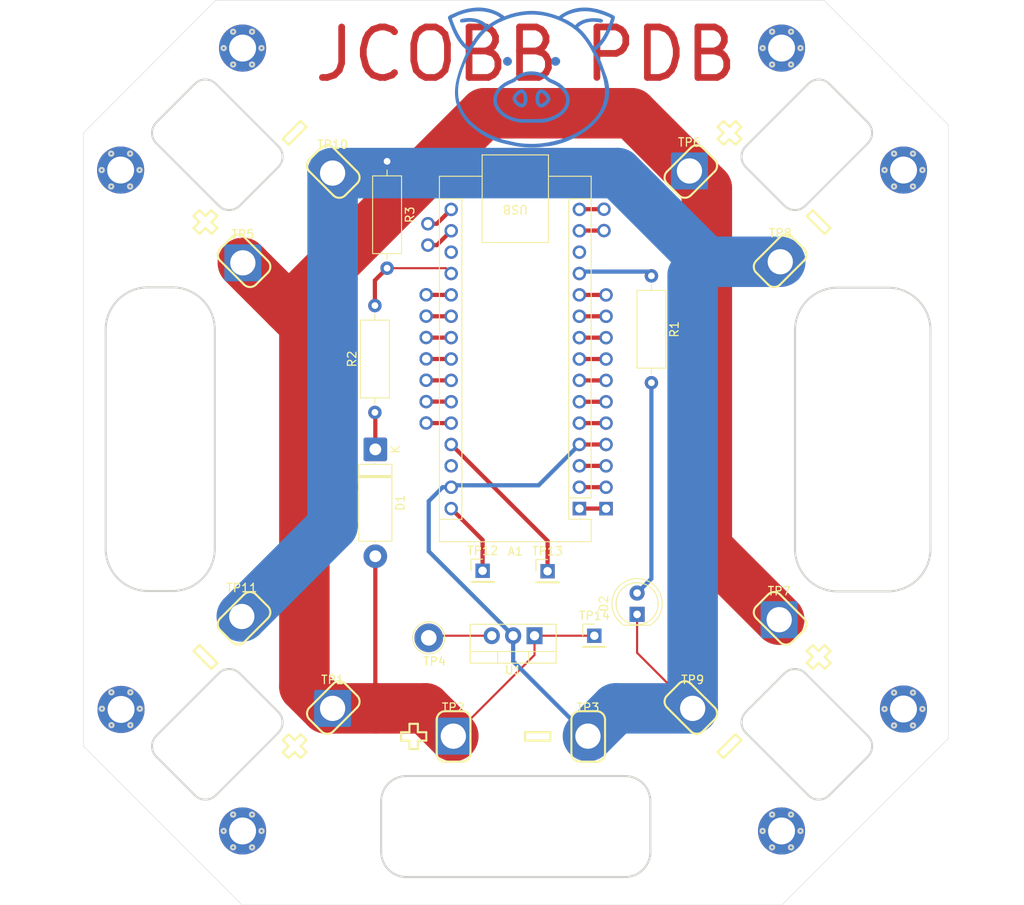
<source format=kicad_pcb>
(kicad_pcb (version 20241229) (generator "pcbnew") (generator_version "9.0")
  (layers (0 "F.Cu" signal) (2 "B.Cu" signal) (13 "F.Paste" user) (15 "B.Paste" user) (5 "F.SilkS" user "F.Silkscreen") (7 "B.SilkS" user "B.Silkscreen") (1 "F.Mask" user) (3 "B.Mask" user) (25 "Edge.Cuts" user))
  (net 0 "")
  (net 1 "unconnected-(A1-RX1-Pad2)")
  (net 2 "unconnected-(A1-A7-Pad26)")
  (net 4 "Net-(A1-D9)")
  (net 5 "unconnected-(A1-D6-Pad9)")
  (net 6 "unconnected-(A1-MOSI-Pad14)")
  (net 7 "Net-(A1-A1)")
  (net 8 "Net-(A1-D4)")
  (net 9 "Net-(A1-SDA{slash}A4)")
  (net 10 "Net-(A1-D2)")
  (net 11 "unconnected-(A1-SCK-Pad16)")
  (net 12 "unconnected-(A1-TX1-Pad1)")
  (net 13 "GND")
  (net 15 "Net-(A1-D5)")
  (net 16 "unconnected-(A1-MISO-Pad15)")
  (net 17 "Net-(A1-SCL{slash}A5)")
  (net 18 "Net-(A1-D3)")
  (net 19 "unconnected-(A1-D7-Pad10)")
  (net 20 "unconnected-(A1-3V3-Pad17)")
  (net 21 "Net-(A1-+5V)")
  (net 22 "Net-(A1-A0)")
  (net 23 "unconnected-(A1-A3-Pad22)")
  (net 24 "unconnected-(A1-A6-Pad25)")
  (net 25 "Net-(A1-VIN)")
  (net 26 "unconnected-(A1-~{RESET}-Pad3)")
  (net 28 "unconnected-(A1-D8-Pad11)")
  (net 29 "Net-(A1-A2)")
  (net 30 "Net-(D1-A)")
  (net 31 "Net-(D1-K)")
  (net 32 "Net-(D2-A)")
  (net 33 "Net-(U1-OUT)")
  (footprint "MountingHole:MountingHole_3.2mm_M3_DIN965_Pad" (layer "F.Cu") (at 204.495536 39.880403)
    (property "Reference" "REF**" (hide yes))
    (property "Value" "MountingHole_3.2mm_M3_DIN965_Pad")
  )
  (footprint "Connector_Wire:SolderWire-2.5sqmm_1x01_D2.4mm_OD4.4mm" (layer "F.Cu") (at 204.343 65.278)
    (property "Reference" "TP8")
    (property "Value" "ESC 2-")
  )
  (footprint "" (layer "F.Cu") (at 183.63589 84.459849)
    (property "Reference" "")
    (property "Value" "")
  )
  (footprint "" (layer "F.Cu") (at 162.4584 63.2968)
    (property "Reference" "")
    (property "Value" "")
  )
  (footprint "Connector_Wire:SolderWire-2.5sqmm_1x01_D2.4mm_OD4.4mm" (layer "F.Cu") (at 151.13 118.364)
    (property "Reference" "TP1")
    (property "Value" "ESC 3+")
  )
  (footprint "Connector_Wire:SolderWire-2.5sqmm_1x01_D2.4mm_OD4.4mm" (layer "F.Cu") (at 193.548 54.483)
    (property "Reference" "TP6")
    (property "Value" "ESC 2+")
  )
  (footprint "" (layer "F.Cu") (at 183.63589 69.219849)
    (property "Reference" "")
    (property "Value" "")
  )
  (footprint "Connector_Wire:SolderWire-2.5sqmm_1x01_D2.4mm_OD4.4mm" (layer "F.Cu") (at 181.483 121.666)
    (property "Reference" "TP3")
    (property "Value" "Battery -")
  )
  (footprint "" (layer "F.Cu") (at 162.2524 69.2004)
    (property "Reference" "")
    (property "Value" "")
  )
  (footprint "" (layer "F.Cu") (at 183.388 59.0296)
    (property "Reference" "")
    (property "Value" "")
  )
  (footprint "" (layer "F.Cu") (at 162.2524 79.3604)
    (property "Reference" "")
    (property "Value" "")
  )
  (footprint "" (layer "F.Cu") (at 183.63589 94.619849)
    (property "Reference" "")
    (property "Value" "")
  )
  (footprint "" (layer "F.Cu") (at 183.63589 71.759849)
    (property "Reference" "")
    (property "Value" "")
  )
  (footprint "Connector_PinHeader_2.54mm:PinHeader_1x01_P2.54mm_Vertical" (layer "F.Cu") (at 176.6824 102.0572)
    (property "Reference" "TP13")
    (property "Value" "TestPoint")
  )
  (footprint "" (layer "F.Cu") (at 183.63589 89.539849)
    (property "Reference" "")
    (property "Value" "")
  )
  (footprint "Connector_Wire:SolderWire-2.5sqmm_1x01_D2.4mm_OD4.4mm" (layer "F.Cu") (at 204.216 107.823)
    (property "Reference" "TP7")
    (property "Value" "ESC 4+")
  )
  (footprint "MountingHole:MountingHole_3.2mm_M3_DIN965_Pad" (layer "F.Cu") (at 125.935973 54.376092)
    (property "Reference" "REF**" (hide yes))
    (property "Value" "MountingHole_3.2mm_M3_DIN965_Pad")
  )
  (footprint "" (layer "F.Cu") (at 162.2524 71.7404)
    (property "Reference" "")
    (property "Value" "")
  )
  (footprint "Diode_THT:D_5W_P12.70mm_Horizontal" (layer "F.Cu") (at 156.21 87.5792 -90)
    (property "Reference" "D1")
    (property "Value" "D")
  )
  (footprint "" (layer "F.Cu") (at 162.2524 74.2804)
    (property "Reference" "")
    (property "Value" "")
  )
  (footprint "Resistor_THT:R_Axial_DIN0309_L9.0mm_D3.2mm_P12.70mm_Horizontal" (layer "F.Cu") (at 157.607 53.34 -90)
    (property "Reference" "R3")
    (property "Value" "R_US")
  )
  (footprint "" (layer "F.Cu") (at 183.63589 76.839849)
    (property "Reference" "")
    (property "Value" "")
  )
  (footprint "" (layer "F.Cu") (at 183.63589 86.999849)
    (property "Reference" "")
    (property "Value" "")
  )
  (footprint "Resistor_THT:R_Axial_DIN0309_L9.0mm_D3.2mm_P12.70mm_Horizontal" (layer "F.Cu") (at 156.1592 83.185 90)
    (property "Reference" "R2")
    (property "Value" "R_US")
  )
  (footprint "TestPoint:TestPoint_Loop_D2.50mm_Drill1.85mm" (layer "F.Cu") (at 162.56 109.982)
    (property "Reference" "TP4")
    (property "Value" "TestPoint")
  )
  (footprint "" (layer "F.Cu") (at 183.63589 74.299849)
    (property "Reference" "")
    (property "Value" "")
  )
  (footprint "" (layer "F.Cu") (at 183.388 61.5696)
    (property "Reference" "")
    (property "Value" "")
  )
  (footprint "MountingHole:MountingHole_3.2mm_M3_DIN965_Pad" (layer "F.Cu") (at 140.431662 132.935655)
    (property "Reference" "REF**" (hide yes))
    (property "Value" "MountingHole_3.2mm_M3_DIN965_Pad")
  )
  (footprint "Resistor_THT:R_Axial_DIN0309_L9.0mm_D3.2mm_P12.70mm_Horizontal" (layer "F.Cu") (at 189.0268 66.9544 -90)
    (property "Reference" "R1")
    (property "Value" "R_US")
  )
  (footprint "Connector_Wire:SolderWire-2.5sqmm_1x01_D2.4mm_OD4.4mm" (layer "F.Cu") (at 140.335 107.442)
    (property "Reference" "TP11")
    (property "Value" "ESC 3-")
  )
  (footprint "MountingHole:MountingHole_3.2mm_M3_DIN965_Pad" (layer "F.Cu") (at 140.431662 39.880403)
    (property "Reference" "REF**" (hide yes))
    (property "Value" "MountingHole_3.2mm_M3_DIN965_Pad")
  )
  (footprint "Connector_PinHeader_2.54mm:PinHeader_1x01_P2.54mm_Vertical" (layer "F.Cu") (at 168.9608 102.0064)
    (property "Reference" "TP12")
    (property "Value" "TestPoint")
  )
  (footprint "" (layer "F.Cu") (at 162.2524 81.9004)
    (property "Reference" "")
    (property "Value" "")
  )
  (footprint "" (layer "F.Cu") (at 183.63589 79.379849)
    (property "Reference" "")
    (property "Value" "")
  )
  (footprint "" (layer "F.Cu") (at 162.2524 76.8204)
    (property "Reference" "")
    (property "Value" "")
  )
  (footprint "" (layer "F.Cu") (at 162.4584 60.7568)
    (property "Reference" "")
    (property "Value" "")
  )
  (footprint "MountingHole:MountingHole_3.2mm_M3_DIN965_Pad" (layer "F.Cu") (at 204.495536 132.935655)
    (property "Reference" "REF**" (hide yes))
    (property "Value" "MountingHole_3.2mm_M3_DIN965_Pad")
  )
  (footprint "Package_TO_SOT_THT:TO-220-3_Vertical" (layer "F.Cu") (at 175.133 109.728 180)
    (property "Reference" "U1")
    (property "Value" "L7805")
  )
  (footprint "MountingHole:MountingHole_3.2mm_M3_DIN965_Pad" (layer "F.Cu") (at 125.984 118.491)
    (property "Reference" "REF**" (hide yes))
    (property "Value" "MountingHole_3.2mm_M3_DIN965_Pad")
  )
  (footprint "MountingHole:MountingHole_3.2mm_M3_DIN965_Pad" (layer "F.Cu") (at 218.986665 118.439445)
    (property "Reference" "REF**" (hide yes))
    (property "Value" "MountingHole_3.2mm_M3_DIN965_Pad")
  )
  (footprint "Module:Arduino_Nano" (layer "F.Cu") (at 180.467 94.615 180)
    (property "Reference" "A1")
    (property "Value" "Arduino_Nano_Every")
  )
  (footprint "LED_THT:LED_D5.0mm" (layer "F.Cu") (at 187.325 107.193 90)
    (property "Reference" "D2")
    (property "Value" "LED")
  )
  (footprint "Connector_Wire:SolderWire-2.5sqmm_1x01_D2.4mm_OD4.4mm" (layer "F.Cu") (at 193.929 118.364)
    (property "Reference" "TP9")
    (property "Value" "ESC 4-")
  )
  (footprint "Connector_Wire:SolderWire-2.5sqmm_1x01_D2.4mm_OD4.4mm" (layer "F.Cu") (at 151.13 54.737)
    (property "Reference" "TP10")
    (property "Value" "ESC 1-")
  )
  (footprint "Connector_PinHeader_2.54mm:PinHeader_1x01_P2.54mm_Vertical" (layer "F.Cu") (at 182.245 109.728)
    (property "Reference" "TP14")
    (property "Value" "TestPoint")
  )
  (footprint "" (layer "F.Cu") (at 183.63589 92.079849)
    (property "Reference" "")
    (property "Value" "")
  )
  (footprint "" (layer "F.Cu") (at 162.2524 84.4404)
    (property "Reference" "")
    (property "Value" "")
  )
  (footprint "Connector_Wire:SolderWire-2.5sqmm_1x01_D2.4mm_OD4.4mm" (layer "F.Cu") (at 140.462 65.405)
    (property "Reference" "TP5")
    (property "Value" "ESC 1+")
  )
  (footprint "" (layer "F.Cu") (at 183.63589 81.919849)
    (property "Reference" "")
    (property "Value" "")
  )
  (footprint "MountingHole:MountingHole_3.2mm_M3_DIN965_Pad" (layer "F.Cu") (at 218.995258 54.375595)
    (property "Reference" "REF**" (hide yes))
    (property "Value" "MountingHole_3.2mm_M3_DIN965_Pad")
  )
  (footprint "Connector_Wire:SolderWire-2.5sqmm_1x01_D2.4mm_OD4.4mm" (layer "F.Cu") (at 165.481 121.666)
    (property "Reference" "TP2")
    (property "Value" "Battery +")
  )
  (gr_poly (pts (xy 177.670305 40.931518) (xy 177.691037 40.933157) (xy 177.711588 40.935689) (xy 177.731948 40.939095) (xy 177.752106 40.943361) (xy 177.772054 40.948468) (xy 177.791783 40.954401) (xy 177.811283 40.961142) (xy 177.830545 40.968676) (xy 177.849559 40.976985) (xy 177.868316 40.986053) (xy 177.886807 40.995863) (xy 177.905023 41.006399) (xy 177.922953 41.017643) (xy 177.946259 41.032733) (xy 177.983069 41.058714) (xy 178.01664 41.086461) (xy 178.047004 41.115822) (xy 178.074193 41.146645) (xy 178.098237 41.178776) (xy 178.11917 41.212065) (xy 178.137022 41.246357) (xy 178.151825 41.281502) (xy 178.163611 41.317345) (xy 178.172412 41.353736) (xy 178.17826 41.390521) (xy 178.181185 41.427548) (xy 178.18122 41.464665) (xy 178.178397 41.501719) (xy 178.172747 41.538557) (xy 178.164301 41.575028) (xy 178.153093 41.610979) (xy 178.139152 41.646257) (xy 178.122512 41.680711) (xy 178.103203 41.714187) (xy 178.081258 41.746533) (xy 178.056707 41.777596) (xy 178.029584 41.807225) (xy 177.999919 41.835267) (xy 177.967744 41.86157) (xy 177.933091 41.88598) (xy 177.895991 41.908346) (xy 177.856477 41.928515) (xy 177.81458 41.946334) (xy 177.770331 41.961652) (xy 177.723763 41.974316) (xy 177.674906 41.984173) (xy 177.671676 41.985026) (xy 177.610607 41.987573) (xy 177.552786 41.983841) (xy 177.498272 41.97423) (xy 177.447118 41.959139) (xy 177.399382 41.938967) (xy 177.35512 41.914113) (xy 177.314387 41.884977) (xy 177.277239 41.851957) (xy 177.243733 41.815453) (xy 177.213925 41.775864) (xy 177.187871 41.733588) (xy 177.165626 41.689025) (xy 177.147248 41.642575) (xy 177.132791 41.594635) (xy 177.122312 41.545606) (xy 177.115867 41.495886) (xy 177.113512 41.445875) (xy 177.115303 41.395971) (xy 177.121297 41.346574) (xy 177.131548 41.298082) (xy 177.146114 41.250896) (xy 177.16505 41.205414) (xy 177.188412 41.162035) (xy 177.216257 41.121158) (xy 177.24864 41.083183) (xy 177.285618 41.048508) (xy 177.327246 41.017532) (xy 177.373581 40.990656) (xy 177.424678 40.968277) (xy 177.480594 40.950795) (xy 177.541385 40.938609) (xy 177.607106 40.932119) (xy 177.62833 40.930982) (xy 177.649399 40.930787)) (fill yes) (layer "B.Cu"))
  (gr_poly (pts (xy 173.638684 44.781479) (xy 173.691597 44.79048) (xy 173.742231 44.805032) (xy 173.790595 44.824832) (xy 173.836699 44.849575) (xy 173.880551 44.878959) (xy 173.922161 44.91268) (xy 173.961538 44.950436) (xy 173.998691 44.991923) (xy 174.03363 45.036837) (xy 174.066363 45.084875) (xy 174.096899 45.135735) (xy 174.125249 45.189112) (xy 174.151421 45.244704) (xy 174.175423 45.302207) (xy 174.197266 45.361318) (xy 174.216959 45.421734) (xy 174.23451 45.483151) (xy 174.249929 45.545266) (xy 174.263225 45.607777) (xy 174.274407 45.670378) (xy 174.290467 45.794644) (xy 174.298182 45.915636) (xy 174.297624 46.03093) (xy 174.294267 46.085681) (xy 174.288868 46.138098) (xy 174.281439 46.187877) (xy 174.271987 46.234714) (xy 174.206022 46.473176) (xy 174.191997 46.506816) (xy 174.176853 46.539435) (xy 174.16062 46.571) (xy 174.143327 46.601477) (xy 174.125004 46.630834) (xy 174.10568 46.659037) (xy 174.085384 46.686055) (xy 174.064145 46.711853) (xy 174.041994 46.736399) (xy 174.01896 46.75966) (xy 173.995071 46.781604) (xy 173.970358 46.802196) (xy 173.94485 46.821405) (xy 173.918575 46.839197) (xy 173.891565 46.85554) (xy 173.863847 46.870399) (xy 173.835451 46.883744) (xy 173.806408 46.89554) (xy 173.776745 46.905755) (xy 173.746493 46.914355) (xy 173.715681 46.921308) (xy 173.684339 46.926581) (xy 173.652495 46.930142) (xy 173.620179 46.931956) (xy 173.587421 46.931991) (xy 173.554249 46.930214) (xy 173.520694 46.926593) (xy 173.486785 46.921094) (xy 173.452551 46.913684) (xy 173.418021 46.904331) (xy 173.383226 46.893001) (xy 173.348194 46.879662) (xy 173.343133 46.877999) (xy 173.338096 46.876198) (xy 173.333081 46.874273) (xy 173.328086 46.872239) (xy 173.318149 46.867899) (xy 173.308273 46.863294) (xy 173.288655 46.853748) (xy 173.278887 46.849038) (xy 173.269129 46.844523) (xy 173.232025 46.82734) (xy 173.177953 46.797197) (xy 173.124057 46.763653) (xy 173.07063 46.726922) (xy 173.017964 46.68722) (xy 172.966354 46.644761) (xy 172.916091 46.599761) (xy 172.867469 46.552434) (xy 172.82078 46.502996) (xy 172.776319 46.451662) (xy 172.734378 46.398646) (xy 172.695251 46.344164) (xy 172.659229 46.28843) (xy 172.626607 46.231661) (xy 172.597677 46.174069) (xy 172.572732 46.115872) (xy 172.552066 46.057284) (xy 172.538898 46.007313) (xy 172.530506 45.957011) (xy 172.526693 45.906474) (xy 172.52687 45.890753) (xy 172.962485 45.890753) (xy 172.964361 45.919004) (xy 172.969704 45.946754) (xy 172.978697 45.973926) (xy 172.991522 46.000439) (xy 172.999791 46.015761) (xy 173.016004 46.042787) (xy 173.033403 46.069172) (xy 173.051894 46.094939) (xy 173.071386 46.120108) (xy 173.091786 46.144701) (xy 173.113002 46.168741) (xy 173.134942 46.192247) (xy 173.157514 46.215242) (xy 173.180625 46.237748) (xy 173.204184 46.259786) (xy 173.252275 46.302543) (xy 173.30105 46.343686) (xy 173.34977 46.383388) (xy 173.410558 46.422345) (xy 173.439863 46.440018) (xy 173.468487 46.455943) (xy 173.496465 46.469714) (xy 173.523832 46.480921) (xy 173.537298 46.485437) (xy 173.550624 46.489158) (xy 173.563815 46.492036) (xy 173.576875 46.494017) (xy 173.589808 46.495053) (xy 173.602619 46.495091) (xy 173.615312 46.49408) (xy 173.627892 46.49197) (xy 173.640362 46.48871) (xy 173.652728 46.484249) (xy 173.664993 46.478535) (xy 173.677162 46.471518) (xy 173.68924 46.463148) (xy 173.70123 46.453372) (xy 173.713137 46.44214) (xy 173.724965 46.429401) (xy 173.736719 46.415104) (xy 173.748403 46.399198) (xy 173.760021 46.381632) (xy 173.771578 46.362356) (xy 173.783417 46.339395) (xy 173.794303 46.313673) (xy 173.813176 46.254717) (xy 173.828105 46.187032) (xy 173.839001 46.112161) (xy 173.845772 46.031651) (xy 173.848327 45.947044) (xy 173.846576 45.859887) (xy 173.840427 45.771723) (xy 173.829791 45.684097) (xy 173.814575 45.598554) (xy 173.794688 45.516638) (xy 173.770041 45.439894) (xy 173.740543 45.369866) (xy 173.723946 45.337853) (xy 173.706101 45.308099) (xy 173.686999 45.280796) (xy 173.666626 45.256138) (xy 173.644973 45.234317) (xy 173.622027 45.215526) (xy 173.57433 45.215087) (xy 173.530908 45.237597) (xy 173.481587 45.266579) (xy 173.427829 45.301408) (xy 173.3711 45.341454) (xy 173.312863 45.386089) (xy 173.254582 45.434686) (xy 173.197723 45.486618) (xy 173.143748 45.541256) (xy 173.094123 45.597972) (xy 173.050312 45.656138) (xy 173.031043 45.685569) (xy 173.013778 45.715127) (xy 172.998697 45.744734) (xy 172.985986 45.774311) (xy 172.975826 45.80378) (xy 172.9684 45.833062) (xy 172.963892 45.862079) (xy 172.962485 45.890753) (xy 172.52687 45.890753) (xy 172.527263 45.855803) (xy 172.532021 45.805094) (xy 172.540769 45.754447) (xy 172.553312 45.703959) (xy 172.569453 45.65373) (xy 172.588996 45.603856) (xy 172.611745 45.554438) (xy 172.637503 45.505572) (xy 172.666074 45.457358) (xy 172.697262 45.409894) (xy 172.73087 45.363278) (xy 172.804564 45.272984) (xy 172.885584 45.187262) (xy 172.972362 45.106901) (xy 173.063326 45.032685) (xy 173.156906 44.965403) (xy 173.251532 44.90584) (xy 173.345634 44.854784) (xy 173.437642 44.813022) (xy 173.525986 44.781341) (xy 173.583484 44.778331)) (fill yes) (layer "B.Cu"))
  (gr_poly (pts (xy 175.956398 44.781084) (xy 176.006986 44.786139) (xy 176.058222 44.795579) (xy 176.109923 44.809198) (xy 176.161904 44.82679) (xy 176.213983 44.848151) (xy 176.265975 44.873076) (xy 176.317698 44.901359) (xy 176.368968 44.932795) (xy 176.419602 44.967179) (xy 176.469415 45.004306) (xy 176.518225 45.043971) (xy 176.565849 45.085968) (xy 176.612101 45.130093) (xy 176.699762 45.223905) (xy 176.740803 45.273181) (xy 176.779739 45.323764) (xy 176.816388 45.375449) (xy 176.850565 45.42803) (xy 176.882087 45.481303) (xy 176.910772 45.535062) (xy 176.936434 45.589102) (xy 176.958892 45.643218) (xy 176.977961 45.697204) (xy 176.993458 45.750857) (xy 177.005199 45.80397) (xy 177.013001 45.856338) (xy 177.01668 45.907756) (xy 177.016054 45.95802) (xy 177.010937 46.006923) (xy 177.001148 46.054261) (xy 176.992261 46.08504) (xy 176.981829 46.115623) (xy 176.969915 46.145989) (xy 176.956586 46.17612) (xy 176.941905 46.205994) (xy 176.925937 46.235592) (xy 176.890398 46.293877) (xy 176.850487 46.350816) (xy 176.80672 46.406247) (xy 176.759613 46.460009) (xy 176.709684 46.511942) (xy 176.657449 46.561885) (xy 176.603425 46.609677) (xy 176.548129 46.655157) (xy 176.492077 46.698164) (xy 176.435787 46.738537) (xy 176.379774 46.776116) (xy 176.324557 46.81074) (xy 176.270651 46.842248) (xy 176.226218 46.86591) (xy 176.182236 46.886046) (xy 176.138748 46.902747) (xy 176.095795 46.916102) (xy 176.053422 46.9262) (xy 176.011671 46.933132) (xy 175.970584 46.936985) (xy 175.930204 46.937851) (xy 175.890575 46.935818) (xy 175.851738 46.930977) (xy 175.813737 46.923415) (xy 175.776615 46.913224) (xy 175.740414 46.900492) (xy 175.705177 46.88531) (xy 175.670947 46.867765) (xy 175.637766 46.847949) (xy 175.605678 46.825951) (xy 175.574725 46.801859) (xy 175.54495 46.775764) (xy 175.516395 46.747755) (xy 175.489105 46.717922) (xy 175.46312 46.686354) (xy 175.438485 46.65314) (xy 175.415241 46.618371) (xy 175.393432 46.582135) (xy 175.373101 46.544522) (xy 175.35429 46.505622) (xy 175.337042 46.465524) (xy 175.3214 46.424318) (xy 175.307406 46.382093) (xy 175.295104 46.338938) (xy 175.284535 46.294944) (xy 175.270836 46.224297) (xy 175.259885 46.150506) (xy 175.251776 46.074095) (xy 175.246603 45.995589) (xy 175.246576 45.994601) (xy 175.683449 45.994601) (xy 175.685683 46.058152) (xy 175.690944 46.121288) (xy 175.699698 46.183266) (xy 175.712407 46.24334) (xy 175.729535 46.300766) (xy 175.739902 46.328252) (xy 175.751547 46.354798) (xy 175.764529 46.380308) (xy 175.778905 46.404691) (xy 175.794735 46.427852) (xy 175.812075 46.4497) (xy 175.830984 46.47014) (xy 175.851519 46.489081) (xy 175.873739 46.506427) (xy 175.897701 46.522088) (xy 175.939186 46.505681) (xy 175.979709 46.488186) (xy 176.019355 46.469516) (xy 176.058209 46.449585) (xy 176.096355 46.428308) (xy 176.133879 46.405597) (xy 176.170865 46.381368) (xy 176.207398 46.355534) (xy 176.278676 46.301058) (xy 176.342769 46.249771) (xy 176.399476 46.201086) (xy 176.424997 46.177535) (xy 176.448596 46.154415) (xy 176.470247 46.131651) (xy 176.489926 46.109171) (xy 176.507606 46.086901) (xy 176.523263 46.064767) (xy 176.536872 46.042697) (xy 176.548407 46.020617) (xy 176.557843 45.998453) (xy 176.565155 45.976133) (xy 176.570317 45.953582) (xy 176.573304 45.930727) (xy 176.574092 45.907495) (xy 176.572654 45.883813) (xy 176.568965 45.859608) (xy 176.563001 45.834804) (xy 176.554736 45.809331) (xy 176.544144 45.783113) (xy 176.531201 45.756078) (xy 176.515881 45.728152) (xy 176.498159 45.699262) (xy 176.47801 45.669334) (xy 176.455408 45.638296) (xy 176.430328 45.606073) (xy 176.402745 45.572592) (xy 176.372634 45.537781) (xy 176.336522 45.499002) (xy 176.286926 45.449438) (xy 176.258326 45.42218) (xy 176.22786 45.394108) (xy 176.19603 45.365848) (xy 176.163338 45.338029) (xy 176.130286 45.311276) (xy 176.097375 45.286219) (xy 176.065107 45.263483) (xy 176.033985 45.243696) (xy 176.004509 45.227486) (xy 175.990546 45.220918) (xy 175.977182 45.215479) (xy 175.964481 45.211248) (xy 175.952506 45.208304) (xy 175.941318 45.206724) (xy 175.930982 45.206586) (xy 175.913515 45.210617) (xy 175.902382 45.218009) (xy 175.891638 45.226064) (xy 175.881274 45.23475) (xy 175.871283 45.244034) (xy 175.861659 45.253881) (xy 175.852392 45.264259) (xy 175.843475 45.275135) (xy 175.834902 45.286475) (xy 175.818755 45.310417) (xy 175.80389 45.335817) (xy 175.790246 45.362412) (xy 175.777764 45.389934) (xy 175.766383 45.418119) (xy 175.756043 45.446701) (xy 175.746684 45.475414) (xy 175.738246 45.503993) (xy 175.730668 45.532172) (xy 175.72389 45.559685) (xy 175.712493 45.611652) (xy 175.707662 45.646327) (xy 175.695518 45.751161) (xy 175.68621 45.869239) (xy 175.683779 45.931382) (xy 175.683449 45.994601) (xy 175.246576 45.994601) (xy 175.244458 45.915511) (xy 175.245434 45.834385) (xy 175.249625 45.752734) (xy 175.257124 45.671083) (xy 175.268025 45.589956) (xy 175.282419 45.509876) (xy 175.300402 45.431368) (xy 175.322065 45.354954) (xy 175.347503 45.28116) (xy 175.376808 45.210508) (xy 175.410074 45.143523) (xy 175.447393 45.080729) (xy 175.456462 45.067034) (xy 175.466611 45.051885) (xy 175.477066 45.037239) (xy 175.49887 45.009414) (xy 175.521832 44.983477) (xy 175.545911 44.959346) (xy 175.571065 44.936937) (xy 175.597251 44.916169) (xy 175.624427 44.896959) (xy 175.652552 44.879226) (xy 175.681583 44.862886) (xy 175.711478 44.847858) (xy 175.742195 44.834058) (xy 175.773692 44.821406) (xy 175.805928 44.809818) (xy 175.838859 44.799212) (xy 175.872444 44.789506) (xy 175.906642 44.780617)) (fill yes) (layer "B.Cu"))
  (gr_poly (pts (xy 171.956223 40.922702) (xy 171.981988 40.92558) (xy 172.007807 40.930246) (xy 172.033605 40.936626) (xy 172.059308 40.944642) (xy 172.08484 40.954218) (xy 172.110126 40.96528) (xy 172.135091 40.977752) (xy 172.159659 40.991556) (xy 172.183757 41.006618) (xy 172.207308 41.022862) (xy 172.230238 41.040211) (xy 172.252472 41.05859) (xy 172.273934 41.077923) (xy 172.29455 41.098135) (xy 172.314243 41.119148) (xy 172.33294 41.140888) (xy 172.350566 41.163278) (xy 172.367044 41.186242) (xy 172.3823 41.209706) (xy 172.396259 41.233592) (xy 172.408846 41.257825) (xy 172.419986 41.282329) (xy 172.429603 41.307028) (xy 172.437623 41.331847) (xy 172.443971 41.356709) (xy 172.448571 41.381538) (xy 172.451348 41.406259) (xy 172.452227 41.430796) (xy 172.451917 41.44772) (xy 172.451296 41.467953) (xy 172.450054 41.487579) (xy 172.448137 41.506758) (xy 172.445493 41.525652) (xy 172.442068 41.544421) (xy 172.440046 41.553809) (xy 172.437809 41.563226) (xy 172.43266 41.582227) (xy 172.42657 41.601587) (xy 172.421221 41.616005) (xy 172.412687 41.638385) (xy 172.403247 41.660492) (xy 172.392915 41.682272) (xy 172.381704 41.70367) (xy 172.369629 41.724631) (xy 172.356705 41.745101) (xy 172.342944 41.765026) (xy 172.328362 41.784351) (xy 172.312973 41.803021) (xy 172.29679 41.820983) (xy 172.279827 41.838181) (xy 172.2621 41.854562) (xy 172.243621 41.870071) (xy 172.224405 41.884652) (xy 172.204467 41.898253) (xy 172.18382 41.910818) (xy 172.166095 41.920534) (xy 172.156955 41.9255) (xy 172.14783 41.930186) (xy 172.138708 41.93461) (xy 172.129581 41.938789) (xy 172.120435 41.942739) (xy 172.111261 41.946477) (xy 172.092782 41.953384) (xy 172.074058 41.959646) (xy 172.055001 41.965397) (xy 172.035523 41.970772) (xy 172.015536 41.975905) (xy 171.994876 41.978995) (xy 171.974494 41.981453) (xy 171.954364 41.983255) (xy 171.934463 41.984376) (xy 171.914765 41.98479) (xy 171.895244 41.984473) (xy 171.875875 41.983398) (xy 171.856634 41.981541) (xy 171.837495 41.978877) (xy 171.818432 41.97538) (xy 171.799422 41.971024) (xy 171.780437 41.965786) (xy 171.761455 41.959639) (xy 171.742448 41.952558) (xy 171.723392 41.944518) (xy 171.704263 41.935494) (xy 171.689897 41.928156) (xy 171.674444 41.920093) (xy 171.659005 41.911314) (xy 171.643636 41.901858) (xy 171.628393 41.891761) (xy 171.613333 41.881063) (xy 171.598513 41.869799) (xy 171.58399 41.858007) (xy 171.56982 41.845726) (xy 171.55606 41.832992) (xy 171.542767 41.819844) (xy 171.529997 41.806318) (xy 171.517807 41.792452) (xy 171.506254 41.778284) (xy 171.495394 41.763852) (xy 171.485285 41.749193) (xy 171.475982 41.734344) (xy 171.469238 41.72282) (xy 171.456432 41.700639) (xy 171.444806 41.678005) (xy 171.434355 41.654964) (xy 171.425075 41.631564) (xy 171.416962 41.60785) (xy 171.41001 41.583869) (xy 171.404217 41.559668) (xy 171.399576 41.535293) (xy 171.396084 41.510791) (xy 171.393736 41.486209) (xy 171.392528 41.461592) (xy 171.392454 41.436988) (xy 171.393512 41.412444) (xy 171.395695 41.388005) (xy 171.399 41.363718) (xy 171.403422 41.339629) (xy 171.408957 41.315787) (xy 171.415599 41.292236) (xy 171.423346 41.269023) (xy 171.432191 41.246196) (xy 171.442131 41.2238) (xy 171.453162 41.201882) (xy 171.465278 41.180489) (xy 171.478475 41.159668) (xy 171.492748 41.139464) (xy 171.508094 41.119924) (xy 171.524508 41.101095) (xy 171.541984 41.083024) (xy 171.56052 41.065757) (xy 171.580109 41.04934) (xy 171.600748 41.033821) (xy 171.622433 41.019245) (xy 171.634345 41.011959) (xy 171.647319 41.00408) (xy 171.660352 40.996567) (xy 171.673452 40.989421) (xy 171.686634 40.982644) (xy 171.699906 40.976238) (xy 171.713282 40.970202) (xy 171.726772 40.96454) (xy 171.740388 40.959252) (xy 171.754141 40.95434) (xy 171.768043 40.949805) (xy 171.782104 40.945649) (xy 171.796337 40.941872) (xy 171.810752 40.938477) (xy 171.825362 40.935465) (xy 171.840177 40.932837) (xy 171.85521 40.930595) (xy 171.880006 40.925559) (xy 171.905157 40.922616) (xy 171.930588 40.921689)) (fill yes) (layer "B.Cu"))
  (gr_poly (pts (xy 168.63256 35.058835) (xy 168.818711 35.068351) (xy 169.004913 35.084549) (xy 169.190821 35.1074) (xy 169.37609 35.136873) (xy 169.560377 35.17294) (xy 169.743336 35.215569) (xy 169.924624 35.264731) (xy 170.103897 35.320397) (xy 170.280809 35.382535) (xy 170.455017 35.451117) (xy 170.626176 35.526113) (xy 170.793941 35.607492) (xy 170.95797 35.695224) (xy 171.117916 35.789281) (xy 171.201549 35.840737) (xy 171.243919 35.867389) (xy 171.286042 35.894843) (xy 171.327457 35.923236) (xy 171.367701 35.952708) (xy 171.38724 35.967892) (xy 171.406313 35.983397) (xy 171.424863 35.999242) (xy 171.442832 36.015442) (xy 171.460488 36.032271) (xy 171.475307 36.047116) (xy 171.498269 36.071007) (xy 171.50733 36.080127) (xy 171.51539 36.087416) (xy 171.519188 36.090384) (xy 171.522907 36.092909) (xy 171.526607 36.094995) (xy 171.530343 36.096645) (xy 171.534173 36.097867) (xy 171.538154 36.098663) (xy 171.542345 36.099038) (xy 171.546801 36.098998) (xy 171.551581 36.098547) (xy 171.556743 36.09769) (xy 171.562343 36.096432) (xy 171.568438 36.094776) (xy 171.582347 36.090294) (xy 171.598927 36.084282) (xy 171.641941 36.067817) (xy 172.358848 35.817858) (xy 172.733514 35.719109) (xy 173.101 35.6362) (xy 173.462282 35.569079) (xy 173.818335 35.517697) (xy 174.170135 35.482003) (xy 174.518658 35.461949) (xy 174.864879 35.457484) (xy 175.209775 35.468557) (xy 175.554322 35.49512) (xy 175.899494 35.537121) (xy 176.246269 35.594512) (xy 176.59562 35.667242) (xy 176.948526 35.755261) (xy 177.30596 35.858519) (xy 177.6689 35.976966) (xy 178.03832 36.110553) (xy 178.073731 36.074028) (xy 178.110214 36.039053) (xy 178.147704 36.005523) (xy 178.186132 35.973337) (xy 178.225433 35.942392) (xy 178.265539 35.912585) (xy 178.306385 35.883814) (xy 178.347904 35.855975) (xy 178.390028 35.828967) (xy 178.432691 35.802687) (xy 178.51937 35.751897) (xy 178.607405 35.702787) (xy 178.696264 35.654534) (xy 179.031539 35.489351) (xy 179.370577 35.352721) (xy 179.712806 35.243562) (xy 180.05765 35.160793) (xy 180.404536 35.103334) (xy 180.752889 35.070102) (xy 181.102136 35.060018) (xy 181.451703 35.071999) (xy 181.801016 35.104965) (xy 182.1495 35.157834) (xy 182.496581 35.229526) (xy 182.841687 35.318959) (xy 183.184242 35.425052) (xy 183.523672 35.546724) (xy 183.859404 35.682895) (xy 184.190864 35.832482) (xy 184.350081 35.906783) (xy 184.417839 35.938966) (xy 184.477787 35.969234) (xy 184.529995 35.998634) (xy 184.553218 36.013336) (xy 184.574531 36.028213) (xy 184.593943 36.043396) (xy 184.611463 36.059017) (xy 184.627099 36.075206) (xy 184.640859 36.092095) (xy 184.652753 36.109813) (xy 184.662788 36.128492) (xy 184.670974 36.148263) (xy 184.677319 36.169257) (xy 184.681831 36.191604) (xy 184.684519 36.215436) (xy 184.685391 36.240883) (xy 184.684457 36.268077) (xy 184.681724 36.297147) (xy 184.677201 36.328226) (xy 184.670897 36.361443) (xy 184.66282 36.39693) (xy 184.641383 36.475237) (xy 184.612957 36.564194) (xy 184.45612 37.008147) (xy 184.29242 37.443507) (xy 184.202358 37.663519) (xy 184.106414 37.883663) (xy 184.004282 38.102875) (xy 183.895656 38.320087) (xy 183.780229 38.534234) (xy 183.657696 38.744249) (xy 183.527751 38.949066) (xy 183.390089 39.14762) (xy 183.244402 39.338843) (xy 183.090385 39.521671) (xy 182.927733 39.695036) (xy 182.756139 39.857873) (xy 182.575298 40.009115) (xy 182.384902 40.147697) (xy 182.388693 40.16262) (xy 182.393517 40.177947) (xy 182.399263 40.193613) (xy 182.405819 40.209549) (xy 182.413074 40.22569) (xy 182.420914 40.241969) (xy 182.437906 40.274672) (xy 182.506936 40.397655) (xy 183.056671 41.511567) (xy 183.604156 43.005997) (xy 183.767698 43.460258) (xy 183.888449 43.90581) (xy 183.968178 44.342323) (xy 184.008651 44.769465) (xy 184.011636 45.186906) (xy 183.978901 45.594313) (xy 183.912214 45.991355) (xy 183.81334 46.377702) (xy 183.68405 46.753021) (xy 183.526109 47.116982) (xy 183.341285 47.469254) (xy 183.131347 47.809504) (xy 182.898061 48.137402) (xy 182.643195 48.452616) (xy 182.368516 48.754815) (xy 182.075793 49.043667) (xy 181.766793 49.318842) (xy 181.443282 49.580009) (xy 181.10703 49.826835) (xy 180.759802 50.058989) (xy 180.403368 50.276141) (xy 180.039494 50.477958) (xy 179.296497 50.834265) (xy 178.544953 51.12526) (xy 177.799001 51.348292) (xy 177.072782 51.500711) (xy 176.721492 51.549612) (xy 176.380437 51.579866) (xy 176.170204 51.609602) (xy 175.961635 51.634537) (xy 175.548923 51.670719) (xy 175.141174 51.689851) (xy 174.737263 51.693374) (xy 174.336061 51.682725) (xy 173.936444 51.659345) (xy 173.537285 51.624674) (xy 173.137457 51.58015) (xy 172.568382 51.467617) (xy 172.051106 51.356744) (xy 171.580305 51.245622) (xy 171.150661 51.132339) (xy 170.756852 51.014987) (xy 170.393558 50.891653) (xy 170.055458 50.760429) (xy 169.737232 50.619405) (xy 169.433558 50.466669) (xy 169.139116 50.300312) (xy 168.848586 50.118423) (xy 168.556647 49.919093) (xy 168.257977 49.70041) (xy 167.947258 49.460466) (xy 167.268384 48.909151) (xy 167.053435 48.659151) (xy 166.855486 48.410922) (xy 166.6742 48.164136) (xy 166.509239 47.918465) (xy 166.360267 47.67358) (xy 166.226946 47.429153) (xy 166.108938 47.184855) (xy 166.005907 46.940358) (xy 165.917514 46.695334) (xy 165.843423 46.449454) (xy 165.783296 46.20239) (xy 165.736796 45.953814) (xy 165.703585 45.703396) (xy 165.683326 45.45081) (xy 165.675682 45.195727) (xy 165.676591 45.14515) (xy 166.044325 45.14515) (xy 166.059746 45.443675) (xy 166.092376 45.734722) (xy 166.14163 46.018282) (xy 166.206922 46.294348) (xy 166.287668 46.56291) (xy 166.383283 46.823961) (xy 166.493181 47.077493) (xy 166.616777 47.323497) (xy 166.753488 47.561964) (xy 166.902726 47.792888) (xy 167.063908 48.016259) (xy 167.236448 48.232068) (xy 167.419761 48.440309) (xy 167.613263 48.640973) (xy 167.816367 48.834051) (xy 168.02849 49.019534) (xy 168.477449 49.367688) (xy 168.95546 49.685367) (xy 169.457842 49.972505) (xy 169.979915 50.229036) (xy 170.516998 50.454895) (xy 171.06441 50.650015) (xy 171.617472 50.814331) (xy 173.058082 51.132193) (xy 173.276726 51.1639) (xy 173.496926 51.191444) (xy 173.718271 51.214766) (xy 173.94035 51.233802) (xy 174.162753 51.248493) (xy 174.385069 51.258777) (xy 174.606885 51.264593) (xy 174.827793 51.26588) (xy 175.041754 51.263063) (xy 175.257086 51.255508) (xy 175.69077 51.226669) (xy 176.126663 51.180337) (xy 176.562584 51.117488) (xy 176.996348 51.039096) (xy 177.425774 50.946136) (xy 177.848679 50.839583) (xy 178.262881 50.72041) (xy 178.752351 50.557519) (xy 179.238543 50.368521) (xy 179.717545 50.153465) (xy 180.185446 49.912402) (xy 180.638332 49.645381) (xy 181.072292 49.352451) (xy 181.483414 49.033662) (xy 181.867786 48.689064) (xy 182.221495 48.318706) (xy 182.385629 48.123882) (xy 182.540631 47.922637) (xy 182.686011 47.714977) (xy 182.82128 47.500907) (xy 182.94595 47.280435) (xy 183.059531 47.053566) (xy 183.161534 46.820307) (xy 183.251471 46.580663) (xy 183.328853 46.334642) (xy 183.39319 46.082248) (xy 183.443993 45.823489) (xy 183.480774 45.55837) (xy 183.503043 45.286898) (xy 183.510311 45.009079) (xy 183.502161 44.737221) (xy 183.479181 44.461661) (xy 183.442417 44.183239) (xy 183.392916 43.902795) (xy 183.331721 43.621168) (xy 183.259879 43.339197) (xy 183.178435 43.057724) (xy 183.088436 42.777587) (xy 182.990925 42.499627) (xy 182.886949 42.224683) (xy 182.663783 41.687203) (xy 182.427303 41.171866) (xy 182.185871 40.68539) (xy 182.002977 40.336555) (xy 181.820244 40.004746) (xy 181.636008 39.689183) (xy 181.448603 39.389083) (xy 181.256363 39.103665) (xy 181.057622 38.832147) (xy 180.850715 38.573748) (xy 180.633976 38.327685) (xy 180.405739 38.093177) (xy 180.164339 37.869443) (xy 179.90811 37.655701) (xy 179.635387 37.451169) (xy 179.344503 37.255065) (xy 179.033794 37.066608) (xy 178.701593 36.885017) (xy 178.346235 36.709509) (xy 178.134131 36.613054) (xy 177.920202 36.522239) (xy 177.704503 36.437154) (xy 177.487086 36.357892) (xy 177.308223 36.298009) (xy 178.450802 36.298009) (xy 178.951391 36.531716) (xy 179.057101 36.586937) (xy 179.184388 36.656582) (xy 179.325247 36.737114) (xy 179.471672 36.824992) (xy 179.615657 36.916679) (xy 179.684232 36.962844) (xy 179.749195 37.008634) (xy 179.809544 37.053607) (xy 179.86428 37.09732) (xy 179.912401 37.13933) (xy 179.952906 37.179196) (xy 179.961303 37.168886) (xy 180.024955 37.096781) (xy 180.091786 37.028428) (xy 180.161639 36.963755) (xy 180.234362 36.902689) (xy 180.309799 36.845159) (xy 180.387796 36.791093) (xy 180.468198 36.740418) (xy 180.550852 36.693063) (xy 180.722294 36.608023) (xy 180.900888 36.535396) (xy 181.085396 36.474607) (xy 181.274583 36.425078) (xy 181.467214 36.386234) (xy 181.662052 36.357499) (xy 181.857862 36.338295) (xy 182.053407 36.328047) (xy 182.247454 36.326179) (xy 182.438764 36.332113) (xy 182.626104 36.345274) (xy 182.808236 36.365085) (xy 182.877274 36.374285) (xy 182.949309 36.386112) (xy 182.985565 36.393594) (xy 183.021508 36.402433) (xy 183.056784 36.41286) (xy 183.091038 36.425111) (xy 183.123917 36.439417) (xy 183.155066 36.456011) (xy 183.169881 36.46524) (xy 183.184131 36.475128) (xy 183.197772 36.485705) (xy 183.210758 36.496999) (xy 183.223047 36.509041) (xy 183.234593 36.521859) (xy 183.245353 36.535482) (xy 183.255281 36.54994) (xy 183.264335 36.565261) (xy 183.272469 36.581475) (xy 183.27964 36.598611) (xy 183.285803 36.616698) (xy 183.274988 36.650825) (xy 183.263356 36.681885) (xy 183.250926 36.71) (xy 183.237717 36.73529) (xy 183.223749 36.757875) (xy 183.209042 36.777876) (xy 183.193614 36.795414) (xy 183.177486 36.810609) (xy 183.160677 36.823583) (xy 183.143207 36.834455) (xy 183.125094 36.843347) (xy 183.10636 36.850378) (xy 183.087022 36.85567) (xy 183.067101 36.859343) (xy 183.046616 36.861518) (xy 183.025587 36.862316) (xy 183.004033 36.861856) (xy 182.981974 36.860261) (xy 182.959429 36.857649) (xy 182.936419 36.854143) (xy 182.889077 36.844928) (xy 182.840104 36.833581) (xy 182.737894 36.80835) (xy 182.684968 36.796396) (xy 182.631037 36.78617) (xy 182.499403 36.767188) (xy 182.365012 36.753592) (xy 182.228473 36.745561) (xy 182.09039 36.743275) (xy 181.95137 36.746911) (xy 181.81202 36.756647) (xy 181.672945 36.772663) (xy 181.534751 36.795136) (xy 181.398045 36.824246) (xy 181.263432 36.860169) (xy 181.13152 36.903086) (xy 181.002914 36.953173) (xy 180.87822 37.010611) (xy 180.758044 37.075576) (xy 180.642993 37.148248) (xy 180.533672 37.228805) (xy 180.510665 37.247598) (xy 180.488034 37.266845) (xy 180.443319 37.305987) (xy 180.420941 37.325525) (xy 180.398356 37.344804) (xy 180.375417 37.363646) (xy 180.351977 37.381871) (xy 180.327947 37.412437) (xy 180.335982 37.424056) (xy 180.345063 37.435522) (xy 180.355068 37.446837) (xy 180.365876 37.458) (xy 180.377364 37.469014) (xy 180.389412 37.479879) (xy 180.401897 37.490596) (xy 180.414697 37.501166) (xy 180.440755 37.521866) (xy 180.466613 37.541986) (xy 180.491296 37.561533) (xy 180.502892 37.571094) (xy 180.513828 37.580515) (xy 180.726219 37.786032) (xy 180.81954 37.882556) (xy 180.910279 37.980303) (xy 180.998604 38.079253) (xy 181.084684 38.179387) (xy 181.168689 38.280684) (xy 181.250789 38.383124) (xy 181.409949 38.591351) (xy 181.563518 38.803907) (xy 181.712851 39.020629) (xy 181.859303 39.241358) (xy 182.004228 39.465929) (xy 182.026525 39.502424) (xy 182.049032 39.541401) (xy 182.071995 39.581742) (xy 182.095663 39.622328) (xy 182.120283 39.662042) (xy 182.133027 39.681223) (xy 182.146102 39.699767) (xy 182.159538 39.717533) (xy 182.173368 39.734383) (xy 182.187621 39.750177) (xy 182.202329 39.764774) (xy 182.351825 39.637525) (xy 182.493619 39.505819) (xy 182.628107 39.369785) (xy 182.755686 39.229551) (xy 182.876753 39.085246) (xy 182.991703 38.936999) (xy 183.100933 38.784937) (xy 183.204839 38.629191) (xy 183.303819 38.469888) (xy 183.398268 38.307157) (xy 183.488583 38.141127) (xy 183.57516 37.971926) (xy 183.658396 37.799683) (xy 183.738686 37.624526) (xy 183.892019 37.265986) (xy 183.984849 37.037889) (xy 184.030382 36.922334) (xy 184.074476 36.805953) (xy 184.116491 36.68888) (xy 184.15579 36.57125) (xy 184.191732 36.453197) (xy 184.22368 36.334854) (xy 184.181581 36.307274) (xy 184.138449 36.280775) (xy 184.094386 36.255296) (xy 184.049492 36.230773) (xy 184.003869 36.207145) (xy 183.95762 36.184349) (xy 183.863646 36.141003) (xy 183.768382 36.100234) (xy 183.672641 36.061543) (xy 183.482975 35.98839) (xy 183.160055 35.871223) (xy 182.834514 35.766747) (xy 182.670706 35.719832) (xy 182.506177 35.676766) (xy 182.340907 35.637776) (xy 182.174874 35.603087) (xy 182.008055 35.572925) (xy 181.840429 35.547516) (xy 181.671975 35.527086) (xy 181.502671 35.51186) (xy 181.332496 35.502064) (xy 181.161427 35.497924) (xy 180.989443 35.499666) (xy 180.816523 35.507515) (xy 180.673828 35.519405) (xy 180.525832 35.536282) (xy 180.373524 35.558148) (xy 180.217892 35.585008) (xy 180.059924 35.616863) (xy 179.90061 35.653719) (xy 179.740936 35.695577) (xy 179.581892 35.742442) (xy 179.424465 35.794317) (xy 179.269645 35.851206) (xy 179.11842 35.913111) (xy 178.971777 35.980037) (xy 178.830706 36.051986) (xy 178.696194 36.128962) (xy 178.56923 36.210969) (xy 178.450802 36.298009) (xy 177.308223 36.298009) (xy 177.268006 36.284545) (xy 177.047315 36.217205) (xy 176.825068 36.155964) (xy 176.601318 36.100915) (xy 176.376119 36.05215) (xy 176.149524 36.00976) (xy 175.921586 35.973838) (xy 175.692359 35.944475) (xy 175.461898 35.921765) (xy 175.230254 35.905799) (xy 174.997483 35.896669) (xy 174.763637 35.894468) (xy 174.734258 35.895114) (xy 174.511194 35.89943) (xy 174.288247 35.910423) (xy 174.065585 35.927953) (xy 173.843376 35.95188) (xy 173.621786 35.982062) (xy 173.400984 36.018359) (xy 173.181136 36.06063) (xy 172.96241 36.108735) (xy 172.744973 36.162532) (xy 172.528993 36.221881) (xy 172.314637 36.286642) (xy 172.102072 36.356674) (xy 171.891466 36.431835) (xy 171.682986 36.511986) (xy 171.4768 36.596986) (xy 171.273075 36.686693) (xy 170.78512 36.912364) (xy 170.596437 37.014148) (xy 170.413712 37.118919) (xy 170.236706 37.226923) (xy 170.065181 37.338407) (xy 169.898896 37.453616) (xy 169.737613 37.572796) (xy 169.581092 37.696193) (xy 169.429095 37.824053) (xy 169.281382 37.956622) (xy 169.137714 38.094146) (xy 168.997852 38.236871) (xy 168.861557 38.385043) (xy 168.728589 38.538908) (xy 168.598709 38.698712) (xy 168.471679 38.8647) (xy 168.347259 39.037118) (xy 167.838608 39.811955) (xy 167.539223 40.335732) (xy 167.245419 40.897976) (xy 167.103219 41.190434) (xy 166.965546 41.488803) (xy 166.833444 41.791845) (xy 166.707956 42.098327) (xy 166.590127 42.407011) (xy 166.481 42.716663) (xy 166.38162 43.026047) (xy 166.29303 43.333927) (xy 166.216274 43.639068) (xy 166.152396 43.940234) (xy 166.10244 44.236189) (xy 166.06745 44.525698) (xy 166.046698 44.839155) (xy 166.044325 45.14515) (xy 165.676591 45.14515) (xy 165.680316 44.937817) (xy 165.696889 44.676754) (xy 165.725065 44.412207) (xy 165.764506 44.14385) (xy 165.814875 43.871354) (xy 165.947047 43.31263) (xy 166.118883 42.733409) (xy 166.327683 42.131064) (xy 166.570749 41.502967) (xy 166.845382 40.846493) (xy 167.148882 40.159014) (xy 166.973983 40.027058) (xy 166.801038 39.878648) (xy 166.637003 39.720843) (xy 166.481508 39.554395) (xy 166.334182 39.380059) (xy 166.194658 39.198588) (xy 166.062564 39.010735) (xy 165.937531 38.817255) (xy 165.81919 38.618901) (xy 165.70717 38.416426) (xy 165.601102 38.210585) (xy 165.500617 38.00213) (xy 165.405344 37.791816) (xy 165.314914 37.580397) (xy 165.228957 37.368625) (xy 165.068983 36.947039) (xy 164.921396 36.533421) (xy 164.882612 36.429908) (xy 164.872868 36.402467) (xy 164.863831 36.37469) (xy 164.857517 36.352528) (xy 165.309279 36.352528) (xy 165.310367 36.362238) (xy 165.31197 36.372108) (xy 165.314039 36.382108) (xy 165.316523 36.392211) (xy 165.319373 36.402387) (xy 165.322539 36.412607) (xy 165.32962 36.433069) (xy 165.337367 36.453367) (xy 165.345381 36.473273) (xy 165.360619 36.510994) (xy 165.453818 36.765345) (xy 165.589956 37.128577) (xy 165.763576 37.5386) (xy 165.863248 37.754427) (xy 165.97086 37.973872) (xy 166.085934 38.194243) (xy 166.207993 38.412848) (xy 166.336561 38.626992) (xy 166.471161 38.833983) (xy 166.611315 39.031127) (xy 166.756547 39.215733) (xy 166.90638 39.385106) (xy 167.060336 39.536554) (xy 167.21794 39.667384) (xy 167.29796 39.724226) (xy 167.378713 39.774903) (xy 167.502481 39.55826) (xy 167.629892 39.342877) (xy 167.761543 39.129589) (xy 167.898026 38.919235) (xy 168.039936 38.712651) (xy 168.187868 38.510674) (xy 168.342416 38.314142) (xy 168.422357 38.21818) (xy 168.504174 38.123892) (xy 168.586611 38.03335) (xy 168.670849 37.945023) (xy 168.756422 37.858327) (xy 168.842865 37.772677) (xy 169.016494 37.602176) (xy 169.102748 37.516157) (xy 169.188008 37.428845) (xy 168.965748 37.218496) (xy 168.957273 37.211287) (xy 168.868743 37.142116) (xy 168.775436 37.079319) (xy 168.677824 37.022687) (xy 168.57638 36.97201) (xy 168.471576 36.927078) (xy 168.363885 36.887682) (xy 168.253781 36.853611) (xy 168.141735 36.824657) (xy 168.028221 36.800608) (xy 167.91371 36.781257) (xy 167.798677 36.766393) (xy 167.683594 36.755806) (xy 167.568932 36.749287) (xy 167.455166 36.746625) (xy 167.342768 36.747612) (xy 167.23221 36.752038) (xy 166.523985 36.843712) (xy 166.499703 36.845789) (xy 166.476677 36.846486) (xy 166.454903 36.845729) (xy 166.434376 36.843443) (xy 166.424578 36.841704) (xy 166.415092 36.839554) (xy 166.405914 36.836986) (xy 166.397046 36.833989) (xy 166.388486 36.830554) (xy 166.380235 36.826671) (xy 166.372291 36.822333) (xy 166.364654 36.817528) (xy 166.357323 36.812249) (xy 166.350298 36.806486) (xy 166.343579 36.800228) (xy 166.337164 36.793468) (xy 166.331054 36.786196) (xy 166.325247 36.778402) (xy 166.319744 36.770078) (xy 166.314543 36.761214) (xy 166.309644 36.7518) (xy 166.305047 36.741828) (xy 166.300751 36.731288) (xy 166.296755 36.72017) (xy 166.29306 36.708466) (xy 166.289663 36.696167) (xy 166.286566 36.683262) (xy 166.283767 36.669744) (xy 166.281002 36.656049) (xy 166.277994 36.634767) (xy 166.277088 36.614602) (xy 166.278186 36.59552) (xy 166.281185 36.577487) (xy 166.285987 36.56047) (xy 166.292489 36.544433) (xy 166.300592 36.529343) (xy 166.310196 36.515166) (xy 166.321199 36.501868) (xy 166.333502 36.489415) (xy 166.347003 36.477773) (xy 166.361603 36.466908) (xy 166.3772 36.456786) (xy 166.393695 36.447372) (xy 166.410987 36.438634) (xy 166.428975 36.430537) (xy 166.447558 36.423046) (xy 166.466637 36.416128) (xy 166.505879 36.403875) (xy 166.545897 36.393505) (xy 166.585886 36.384747) (xy 166.625042 36.377327) (xy 166.662562 36.370975) (xy 166.729476 36.360383) (xy 166.908888 36.335156) (xy 167.089525 36.317748) (xy 167.270831 36.308433) (xy 167.45225 36.307485) (xy 167.633224 36.315181) (xy 167.813197 36.331794) (xy 167.991613 36.3576) (xy 168.167916 36.392874) (xy 168.341547 36.437891) (xy 168.511951 36.492925) (xy 168.678572 36.558251) (xy 168.840852 36.634145) (xy 168.998235 36.720881) (xy 169.150164 36.818735) (xy 169.296083 36.92798) (xy 169.435435 37.048893) (xy 169.443122 37.056568) (xy 169.451318 37.06552) (xy 169.469038 37.086038) (xy 169.488206 37.107999) (xy 169.498212 37.118755) (xy 169.508434 37.128953) (xy 169.518825 37.138288) (xy 169.529334 37.146453) (xy 169.534618 37.150002) (xy 169.539914 37.153143) (xy 169.545215 37.155839) (xy 169.550515 37.158051) (xy 169.555809 37.159741) (xy 169.56109 37.160871) (xy 169.566353 37.161403) (xy 169.57159 37.161298) (xy 169.576797 37.160518) (xy 169.581966 37.159024) (xy 169.587093 37.156779) (xy 169.59217 37.153745) (xy 169.89117 36.948951) (xy 169.967299 36.898173) (xy 170.044067 36.848198) (xy 170.121475 36.799113) (xy 170.199523 36.751008) (xy 170.27821 36.703969) (xy 170.357536 36.658086) (xy 170.437502 36.613446) (xy 170.518108 36.570137) (xy 170.587363 36.534578) (xy 170.657787 36.499609) (xy 170.799664 36.429164) (xy 170.869878 36.392547) (xy 170.938783 36.354242) (xy 170.972552 36.334278) (xy 171.005762 36.313678) (xy 171.038334 36.29237) (xy 171.070193 36.270285) (xy 170.922127 36.170259) (xy 170.766773 36.077001) (xy 170.604906 35.990556) (xy 170.437305 35.910968) (xy 170.264745 35.838282) (xy 170.088002 35.772542) (xy 169.907855 35.713794) (xy 169.725078 35.662082) (xy 169.54045 35.617451) (xy 169.354745 35.579945) (xy 169.168742 35.54961) (xy 168.983217 35.526489) (xy 168.798945 35.510628) (xy 168.616705 35.502072) (xy 168.437273 35.500864) (xy 168.261424 35.50705) (xy 168.121028 35.514321) (xy 167.980472 35.524921) (xy 167.839872 35.538805) (xy 167.699346 35.555928) (xy 167.559011 35.576242) (xy 167.418982 35.599702) (xy 167.279378 35.626263) (xy 167.140314 35.655878) (xy 167.001907 35.688501) (xy 166.864274 35.724088) (xy 166.727533 35.762591) (xy 166.591799 35.803965) (xy 166.457189 35.848164) (xy 166.323821 35.895142) (xy 166.19181 35.944853) (xy 166.061274 35.997252) (xy 165.309279 36.352528) (xy 164.857517 36.352528) (xy 164.855863 36.346723) (xy 164.849326 36.318709) (xy 164.844584 36.290793) (xy 164.841999 36.263121) (xy 164.841629 36.249421) (xy 164.841934 36.235836) (xy 164.842959 36.222385) (xy 164.844751 36.209084) (xy 164.847353 36.195953) (xy 164.850812 36.183009) (xy 164.855174 36.170271) (xy 164.860482 36.157756) (xy 164.866783 36.145483) (xy 164.874122 36.13347) (xy 164.882544 36.121734) (xy 164.892095 36.110294) (xy 164.917956 36.083782) (xy 164.946545 36.058572) (xy 164.977548 36.034589) (xy 165.010651 36.011759) (xy 165.045541 35.990006) (xy 165.081904 35.969255) (xy 165.119427 35.949431) (xy 165.157796 35.930461) (xy 165.235816 35.894777) (xy 165.313457 35.861603) (xy 165.38821 35.830341) (xy 165.457564 35.800391) (xy 165.813122 35.646364) (xy 166.153564 35.511401) (xy 166.320255 35.450833) (xy 166.485731 35.39475) (xy 166.650848 35.343059) (xy 166.816461 35.295664) (xy 166.983424 35.252473) (xy 167.152592 35.213392) (xy 167.324821 35.178328) (xy 167.500964 35.147186) (xy 167.681878 35.119873) (xy 167.868416 35.096295) (xy 168.061433 35.076359) (xy 168.261786 35.059971) (xy 168.446803 35.056032)) (fill yes) (layer "B.Cu"))
  (gr_poly (pts (xy 174.828734 42.645601) (xy 174.965392 42.65237) (xy 175.101139 42.663458) (xy 175.235854 42.679073) (xy 175.369421 42.699423) (xy 175.501718 42.724716) (xy 175.632628 42.75516) (xy 175.762031 42.790964) (xy 175.889808 42.832335) (xy 176.01584 42.879481) (xy 176.140009 42.932612) (xy 176.262195 42.991935) (xy 176.38228 43.057658) (xy 176.500144 43.12999) (xy 176.615668 43.209138) (xy 176.641395 43.228248) (xy 176.666715 43.247959) (xy 176.716443 43.288718) (xy 176.814464 43.37238) (xy 176.864016 43.413447) (xy 176.889202 43.433388) (xy 176.914767 43.452782) (xy 176.94079 43.471512) (xy 176.967348 43.489465) (xy 176.994521 43.506526) (xy 177.022388 43.522581) (xy 177.045979 43.535146) (xy 177.069959 43.547161) (xy 177.118901 43.569794) (xy 177.168839 43.590992) (xy 177.219398 43.61127) (xy 177.320872 43.651119) (xy 177.371038 43.671717) (xy 177.420322 43.693449) (xy 177.581891 43.770795) (xy 177.741827 43.853459) (xy 177.899191 43.94187) (xy 177.976615 43.988365) (xy 178.053044 44.036458) (xy 178.128362 44.086202) (xy 178.202449 44.137651) (xy 178.275191 44.190859) (xy 178.346468 44.245879) (xy 178.416163 44.302765) (xy 178.484161 44.361571) (xy 178.550342 44.422351) (xy 178.61459 44.485158) (xy 178.698426 44.573411) (xy 178.776963 44.663497) (xy 178.850193 44.755294) (xy 178.918105 44.848679) (xy 178.98069 44.943532) (xy 179.03794 45.039729) (xy 179.089845 45.137148) (xy 179.136396 45.235668) (xy 179.177582 45.335167) (xy 179.213396 45.435521) (xy 179.243827 45.53661) (xy 179.268867 45.638311) (xy 179.288506 45.740502) (xy 179.302735 45.843062) (xy 179.311545 45.945867) (xy 179.314925 46.048796) (xy 179.312868 46.151727) (xy 179.305363 46.254538) (xy 179.292401 46.357106) (xy 179.273974 46.45931) (xy 179.250071 46.561027) (xy 179.220684 46.662136) (xy 179.185803 46.762515) (xy 179.145419 46.86204) (xy 179.099522 46.960591) (xy 179.048104 47.058045) (xy 178.991154 47.15428) (xy 178.928665 47.249174) (xy 178.860625 47.342605) (xy 178.787027 47.434451) (xy 178.70786 47.52459) (xy 178.623116 47.6129) (xy 178.510442 47.7189) (xy 178.388898 47.821269) (xy 178.259354 47.919733) (xy 178.122681 48.014019) (xy 177.97975 48.103854) (xy 177.831431 48.188966) (xy 177.678595 48.269081) (xy 177.522112 48.343927) (xy 177.362853 48.413231) (xy 177.201688 48.476719) (xy 177.039489 48.534119) (xy 176.877126 48.585159) (xy 176.715469 48.629564) (xy 176.555389 48.667063) (xy 176.397757 48.697382) (xy 176.243443 48.720248) (xy 176.092826 48.735932) (xy 175.941447 48.746149) (xy 175.789518 48.751927) (xy 175.637249 48.75429) (xy 175.029021 48.750117) (xy 174.006861 48.750659) (xy 173.819148 48.751792) (xy 173.724073 48.751971) (xy 173.628751 48.750753) (xy 173.533606 48.747283) (xy 173.439062 48.740707) (xy 173.392147 48.735988) (xy 173.345542 48.730172) (xy 173.299299 48.723152) (xy 173.253471 48.714822) (xy 172.721333 48.598369) (xy 172.510161 48.535656) (xy 172.298455 48.461746) (xy 172.087933 48.376636) (xy 171.880313 48.280325) (xy 171.677315 48.172811) (xy 171.480656 48.054094) (xy 171.292056 47.924171) (xy 171.113233 47.783041) (xy 170.945906 47.630702) (xy 170.791793 47.467154) (xy 170.720229 47.381175) (xy 170.652614 47.292394) (xy 170.589161 47.200809) (xy 170.530086 47.106421) (xy 170.475603 47.00923) (xy 170.425928 46.909235) (xy 170.381275 46.806435) (xy 170.341859 46.700832) (xy 170.307896 46.592424) (xy 170.279599 46.481212) (xy 170.257183 46.367195) (xy 170.240864 46.250373) (xy 170.231999 46.14504) (xy 170.228966 46.041133) (xy 170.230334 45.9876) (xy 170.661859 45.9876) (xy 170.666591 46.144335) (xy 170.687195 46.300204) (xy 170.723276 46.454621) (xy 170.774442 46.606997) (xy 170.840299 46.756747) (xy 170.920454 46.903284) (xy 171.014513 47.046021) (xy 171.122083 47.184371) (xy 171.242771 47.317748) (xy 171.376184 47.445564) (xy 171.521927 47.567233) (xy 171.679609 47.682169) (xy 171.848834 47.789783) (xy 172.029211 47.889491) (xy 172.220345 47.980704) (xy 172.421844 48.062837) (xy 172.633313 48.135302) (xy 172.85436 48.197512) (xy 173.084592 48.248881) (xy 173.148306 48.26059) (xy 173.211621 48.27084) (xy 173.337313 48.287353) (xy 173.462188 48.299192) (xy 173.586764 48.307133) (xy 173.711561 48.31195) (xy 173.837097 48.314415) (xy 174.092463 48.315388) (xy 174.960369 48.314873) (xy 175.617305 48.31544) (xy 175.796795 48.311466) (xy 175.978422 48.29978) (xy 176.161441 48.28033) (xy 176.345104 48.253067) (xy 176.528666 48.217939) (xy 176.71138 48.174894) (xy 176.8925 48.123882) (xy 177.07128 48.064852) (xy 177.246973 47.997751) (xy 177.418833 47.92253) (xy 177.586114 47.839137) (xy 177.748069 47.747521) (xy 177.903952 47.64763) (xy 178.053017 47.539415) (xy 178.194518 47.422822) (xy 178.327708 47.297803) (xy 178.484599 47.120837) (xy 178.566123 47.008987) (xy 178.637782 46.897325) (xy 178.699817 46.785958) (xy 178.752473 46.674995) (xy 178.79599 46.564544) (xy 178.830612 46.454713) (xy 178.85658 46.345611) (xy 178.874139 46.237345) (xy 178.883528 46.130025) (xy 178.884993 46.023758) (xy 178.878774 45.918653) (xy 178.865115 45.814818) (xy 178.844257 45.712361) (xy 178.816444 45.61139) (xy 178.781917 45.512014) (xy 178.74092 45.414342) (xy 178.693694 45.318481) (xy 178.640483 45.224539) (xy 178.581528 45.132626) (xy 178.517072 45.042848) (xy 178.447359 44.955315) (xy 178.372629 44.870135) (xy 178.293126 44.787416) (xy 178.209092 44.707267) (xy 178.028401 44.555108) (xy 177.832496 44.414527) (xy 177.623317 44.286388) (xy 177.402804 44.171559) (xy 177.330368 44.137659) (xy 177.257513 44.104666) (xy 177.111377 44.039607) (xy 177.038513 44.006642) (xy 176.966061 43.972788) (xy 176.894229 43.937597) (xy 176.823226 43.900619) (xy 176.788896 43.881109) (xy 176.755896 43.860475) (xy 176.724062 43.838851) (xy 176.693228 43.816373) (xy 176.663229 43.793176) (xy 176.633899 43.769393) (xy 176.576585 43.720611) (xy 176.519962 43.671105) (xy 176.462707 43.621952) (xy 176.433429 43.597845) (xy 176.403497 43.574229) (xy 176.372745 43.551241) (xy 176.341008 43.529014) (xy 176.239554 43.464067) (xy 176.136772 43.405195) (xy 176.0327 43.352152) (xy 175.927372 43.30469) (xy 175.820826 43.262561) (xy 175.713097 43.22552) (xy 175.604221 43.193317) (xy 175.494235 43.165707) (xy 175.383174 43.142441) (xy 175.271074 43.123273) (xy 175.157972 43.107955) (xy 175.043903 43.096239) (xy 174.928904 43.08788) (xy 174.813011 43.082629) (xy 174.69626 43.080239) (xy 174.578687 43.080463) (xy 174.28581 43.113872) (xy 174.209198 43.126129) (xy 174.132239 43.141215) (xy 174.055124 43.159054) (xy 173.978041 43.179568) (xy 173.901182 43.202682) (xy 173.824734 43.228321) (xy 173.748889 43.256407) (xy 173.673835 43.286865) (xy 173.599763 43.319619) (xy 173.526862 43.354593) (xy 173.455321 43.39171) (xy 173.385331 43.430895) (xy 173.317081 43.472071) (xy 173.25076 43.515163) (xy 173.186559 43.560094) (xy 173.124667 43.606788) (xy 173.101677 43.625219) (xy 173.079042 43.644086) (xy 173.034541 43.682763) (xy 172.946555 43.761306) (xy 172.901891 43.7997) (xy 172.879134 43.818355) (xy 172.855995 43.836526) (xy 172.832402 43.854121) (xy 172.808279 43.871049) (xy 172.783554 43.887216) (xy 172.758152 43.902531) (xy 172.726345 43.920321) (xy 172.694102 43.937306) (xy 172.661469 43.953571) (xy 172.628495 43.969201) (xy 172.561715 43.998896) (xy 172.494144 44.027072) (xy 172.358154 44.081591) (xy 172.290501 44.109294) (xy 172.223585 44.138202) (xy 171.986198 44.252801) (xy 171.769795 44.374162) (xy 171.573984 44.501698) (xy 171.398371 44.634823) (xy 171.242563 44.772949) (xy 171.106165 44.91549) (xy 170.988786 45.061858) (xy 170.890031 45.211468) (xy 170.809508 45.363733) (xy 170.746822 45.518065) (xy 170.701581 45.673878) (xy 170.673391 45.830585) (xy 170.661859 45.9876) (xy 170.230334 45.9876) (xy 170.231584 45.938692) (xy 170.239674 45.837755) (xy 170.253056 45.738363) (xy 170.27155 45.640554) (xy 170.294977 45.544369) (xy 170.323156 45.449845) (xy 170.355908 45.357024) (xy 170.393053 45.265944) (xy 170.434412 45.176645) (xy 170.479804 45.089166) (xy 170.529049 45.003546) (xy 170.581969 44.919825) (xy 170.69811 44.758238) (xy 170.826789 44.60472) (xy 170.966568 44.459585) (xy 171.116008 44.323149) (xy 171.273671 44.195727) (xy 171.438119 44.077635) (xy 171.607914 43.969187) (xy 171.781616 43.8707) (xy 171.957787 43.782487) (xy 172.024176 43.752097) (xy 172.085616 43.725269) (xy 172.196155 43.679593) (xy 172.294407 43.640056) (xy 172.385378 43.601252) (xy 172.429695 43.580435) (xy 172.474068 43.557775) (xy 172.519122 43.532595) (xy 172.565483 43.504219) (xy 172.613775 43.471973) (xy 172.664625 43.435181) (xy 172.718657 43.393166) (xy 172.776497 43.345253) (xy 172.997672 43.174204) (xy 173.08441 43.113654) (xy 173.173065 43.057482) (xy 173.263527 43.005535) (xy 173.355685 42.957658) (xy 173.449425 42.913695) (xy 173.544638 42.873492) (xy 173.641211 42.836893) (xy 173.739032 42.803745) (xy 173.83799 42.773893) (xy 173.937974 42.74718) (xy 174.038872 42.723454) (xy 174.140571 42.702558) (xy 174.242961 42.684338) (xy 174.34593 42.668639) (xy 174.449367 42.655306) (xy 174.553159 42.644185) (xy 174.691283 42.642942)) (fill yes) (layer "B.Cu"))
  (gr_arc (start 196.540584 118.263188) (mid 196.833478 118.970296) (end 196.540584 119.677404) (stroke (width 0.25)) (layer "F.SilkS"))
  (gr_line (start 137.78001 109.0708) (end 139.194224 110.485014) (stroke (width 0.25)) (layer "F.SilkS"))
  (gr_line (start 148.386614 119.677404) (end 149.800827 121.091617) (stroke (width 0.25)) (layer "F.SilkS"))
  (gr_line (start 193.712159 51.72444) (end 190.883729 54.552871) (stroke (width 0.25)) (layer "F.SilkS"))
  (gr_arc (start 140.60844 110.485014) (mid 139.901332 110.777908) (end 139.194224 110.485014) (stroke (width 0.25)) (layer "F.SilkS"))
  (gr_line (start 208.207847 112.252782) (end 207.50074 112.959889) (stroke (width 0.25)) (layer "F.SilkS"))
  (gr_arc (start 137.78001 109.0708) (mid 137.487118 108.363694) (end 137.780012 107.656589) (stroke (width 0.25)) (layer "F.SilkS"))
  (gr_line (start 135.305138 60.563276) (end 134.598031 61.270383) (stroke (width 0.25)) (layer "F.SilkS"))
  (gr_line (start 199.015459 49.956674) (end 199.722565 49.249568) (stroke (width 0.25)) (layer "F.SilkS"))
  (gr_arc (start 148.386614 119.677404) (mid 148.09372 118.970297) (end 148.386613 118.263189) (stroke (width 0.25)) (layer "F.SilkS"))
  (gr_line (start 193.712152 57.381302) (end 196.540585 54.552869) (stroke (width 0.25)) (layer "F.SilkS"))
  (gr_line (start 207.147179 63.745249) (end 205.730733 62.328803) (stroke (width 0.25)) (layer "F.SilkS"))
  (gr_line (start 147.325953 124.273597) (end 148.03306 123.56649) (stroke (width 0.25)) (layer "F.SilkS"))
  (gr_line (start 208.207847 113.666995) (end 208.914954 112.959889) (stroke (width 0.25)) (layer "F.SilkS"))
  (gr_line (start 151.215039 51.72445) (end 151.215044 51.724445) (stroke (width 0.25)) (layer "F.SilkS"))
  (gr_line (start 209.62206 112.252782) (end 210.329167 111.545675) (stroke (width 0.25)) (layer "F.SilkS"))
  (gr_line (start 199.722565 122.152277) (end 199.015459 121.44517) (stroke (width 0.25)) (layer "F.SilkS"))
  (gr_line (start 161.265 121.197999) (end 161.265 120.197999) (stroke (width 0.25)) (layer "F.SilkS"))
  (gr_arc (start 151.21504 121.091617) (mid 150.507933 121.38451) (end 149.800827 121.091617) (stroke (width 0.25)) (layer "F.SilkS"))
  (gr_arc (start 139.194219 62.331049) (mid 139.901329 62.038152) (end 140.608439 62.331049) (stroke (width 0.25)) (layer "F.SilkS"))
  (gr_arc (start 154.043463 54.552865) (mid 154.336338 55.25996) (end 154.043465 55.967084) (stroke (width 0.25)) (layer "F.SilkS"))
  (gr_line (start 207.50074 111.545675) (end 208.207847 112.252782) (stroke (width 0.25)) (layer "F.SilkS"))
  (gr_line (start 208.914954 111.545675) (end 208.207847 110.838568) (stroke (width 0.25)) (layer "F.SilkS"))
  (gr_line (start 135.305138 61.97749) (end 136.012244 61.270383) (stroke (width 0.25)) (layer "F.SilkS"))
  (gr_arc (start 202.904548 104.828159) (mid 203.611653 104.535267) (end 204.318757 104.828159) (stroke (width 0.25)) (layer "F.SilkS"))
  (gr_line (start 152.629255 57.381295) (end 154.043465 55.967084) (stroke (width 0.25)) (layer "F.SilkS"))
  (gr_arc (start 205.732974 110.485014) (mid 205.025867 110.777908) (end 204.318759 110.485015) (stroke (width 0.25)) (layer "F.SilkS"))
  (gr_arc (start 154.043469 116.848978) (mid 154.336361 117.556083) (end 154.043469 118.263187) (stroke (width 0.25)) (layer "F.SilkS"))
  (gr_line (start 164.515 118.698) (end 164.515 118.697999) (stroke (width 0.25)) (layer "F.SilkS"))
  (gr_arc (start 204.318761 62.331041) (mid 205.024284 62.038149) (end 205.730733 62.328803) (stroke (width 0.25)) (layer "F.SilkS"))
  (gr_arc (start 207.147179 63.745249) (mid 207.440061 64.452348) (end 207.147186 65.159469) (stroke (width 0.25)) (layer "F.SilkS"))
  (gr_arc (start 207.147187 107.656588) (mid 207.44008 108.363695) (end 207.147187 109.070801) (stroke (width 0.25)) (layer "F.SilkS"))
  (gr_line (start 208.207847 110.838568) (end 207.50074 111.545675) (stroke (width 0.25)) (layer "F.SilkS"))
  (gr_line (start 180.514999 124.697999) (end 182.515001 124.697999) (stroke (width 0.25)) (layer "F.SilkS"))
  (gr_line (start 196.894138 49.249568) (end 197.601245 49.956674) (stroke (width 0.25)) (layer "F.SilkS"))
  (gr_line (start 177.015 122.197999) (end 177.015 121.197999) (stroke (width 0.25)) (layer "F.SilkS"))
  (gr_line (start 147.325953 122.859384) (end 148.03306 122.152277) (stroke (width 0.25)) (layer "F.SilkS"))
  (gr_line (start 147.325953 121.44517) (end 146.618846 122.152277) (stroke (width 0.25)) (layer "F.SilkS"))
  (gr_arc (start 204.318753 67.987903) (mid 203.611649 68.280795) (end 202.904549 67.9879) (stroke (width 0.25)) (layer "F.SilkS"))
  (gr_line (start 183.515 123.698) (end 183.515 119.697997) (stroke (width 0.25)) (layer "F.SilkS"))
  (gr_line (start 137.426458 61.270383) (end 136.719351 60.563276) (stroke (width 0.25)) (layer "F.SilkS"))
  (gr_line (start 148.03306 49.249568) (end 147.325953 48.542461) (stroke (width 0.25)) (layer "F.SilkS"))
  (gr_line (start 182.515001 118.697999) (end 180.514998 118.697999) (stroke (width 0.25)) (layer "F.SilkS"))
  (gr_line (start 148.386636 54.552892) (end 151.215041 57.381297) (stroke (width 0.25)) (layer "F.SilkS"))
  (gr_line (start 174.015 121.197999) (end 174.015 122.197999) (stroke (width 0.25)) (layer "F.SilkS"))
  (gr_line (start 207.50074 59.856169) (end 209.62206 61.97749) (stroke (width 0.25)) (layer "F.SilkS"))
  (gr_line (start 145.204633 122.152277) (end 145.911739 122.859384) (stroke (width 0.25)) (layer "F.SilkS"))
  (gr_line (start 198.308352 50.663781) (end 199.015459 51.370888) (stroke (width 0.25)) (layer "F.SilkS"))
  (gr_arc (start 193.712159 51.72444) (mid 194.417533 51.431547) (end 195.12392 51.72199) (stroke (width 0.25)) (layer "F.SilkS"))
  (gr_line (start 145.204633 50.663781) (end 145.911739 51.370888) (stroke (width 0.25)) (layer "F.SilkS"))
  (gr_arc (start 179.515 119.697999) (mid 179.807892 118.990893) (end 180.514998 118.697999) (stroke (width 0.25)) (layer "F.SilkS"))
  (gr_line (start 209.62206 61.97749) (end 210.329167 61.270383) (stroke (width 0.25)) (layer "F.SilkS"))
  (gr_line (start 207.50074 112.959889) (end 208.207847 113.666995) (stroke (width 0.25)) (layer "F.SilkS"))
  (gr_line (start 162.265 121.197999) (end 161.265 121.197999) (stroke (width 0.25)) (layer "F.SilkS"))
  (gr_line (start 140.608439 62.331049) (end 140.608442 62.331046) (stroke (width 0.25)) (layer "F.SilkS"))
  (gr_line (start 201.490333 66.573685) (end 202.904549 67.9879) (stroke (width 0.25)) (layer "F.SilkS"))
  (gr_line (start 209.62206 110.838568) (end 208.914954 111.545675) (stroke (width 0.25)) (layer "F.SilkS"))
  (gr_line (start 199.015459 48.542461) (end 198.308352 49.249568) (stroke (width 0.25)) (layer "F.SilkS"))
  (gr_arc (start 163.515 119.698) (mid 163.807893 118.990893) (end 164.515 118.698) (stroke (width 0.25)) (layer "F.SilkS"))
  (gr_arc (start 148.386636 54.552892) (mid 148.093735 53.851242) (end 148.378873 53.146395) (stroke (width 0.25)) (layer "F.SilkS"))
  (gr_line (start 145.911739 124.273597) (end 146.618846 123.56649) (stroke (width 0.25)) (layer "F.SilkS"))
  (gr_line (start 199.722565 49.249568) (end 199.015459 48.542461) (stroke (width 0.25)) (layer "F.SilkS"))
  (gr_line (start 159.265 122.197999) (end 160.265 122.197999) (stroke (width 0.25)) (layer "F.SilkS"))
  (gr_line (start 137.426458 59.856169) (end 136.719351 59.149063) (stroke (width 0.25)) (layer "F.SilkS"))
  (gr_line (start 136.719351 113.666995) (end 137.426458 112.959889) (stroke (width 0.25)) (layer "F.SilkS"))
  (gr_line (start 161.265 123.197999) (end 161.265 122.197999) (stroke (width 0.25)) (layer "F.SilkS"))
  (gr_arc (start 183.515 123.698) (mid 183.222107 124.405106) (end 182.515001 124.697999) (stroke (width 0.25)) (layer "F.SilkS"))
  (gr_line (start 145.911739 121.44517) (end 145.204633 122.152277) (stroke (width 0.25)) (layer "F.SilkS"))
  (gr_line (start 149.800824 51.724444) (end 148.378873 53.146395) (stroke (width 0.25)) (layer "F.SilkS"))
  (gr_line (start 207.147186 65.159469) (end 207.147187 65.15947) (stroke (width 0.25)) (layer "F.SilkS"))
  (gr_line (start 160.265 120.197999) (end 160.265 121.197999) (stroke (width 0.25)) (layer "F.SilkS"))
  (gr_line (start 136.012244 61.270383) (end 136.719351 61.97749) (stroke (width 0.25)) (layer "F.SilkS"))
  (gr_line (start 136.719351 60.563276) (end 137.426458 59.856169) (stroke (width 0.25)) (layer "F.SilkS"))
  (gr_line (start 193.712159 121.091616) (end 193.712158 121.091617) (stroke (width 0.25)) (layer "F.SilkS"))
  (gr_arc (start 193.712152 57.381302) (mid 193.005049 57.674194) (end 192.297948 57.3813) (stroke (width 0.25)) (layer "F.SilkS"))
  (gr_line (start 154.043463 54.552865) (end 151.215044 51.724445) (stroke (width 0.25)) (layer "F.SilkS"))
  (gr_line (start 154.043469 116.848978) (end 152.629255 115.434763) (stroke (width 0.25)) (layer "F.SilkS"))
  (gr_line (start 197.601245 48.542461) (end 196.894138 49.249568) (stroke (width 0.25)) (layer "F.SilkS"))
  (gr_line (start 198.308352 49.249568) (end 197.601245 48.542461) (stroke (width 0.25)) (layer "F.SilkS"))
  (gr_line (start 174.015 122.197999) (end 177.015 122.197999) (stroke (width 0.25)) (layer "F.SilkS"))
  (gr_arc (start 140.608441 104.828159) (mid 141.315545 104.535267) (end 142.02265 104.828159) (stroke (width 0.25)) (layer "F.SilkS"))
  (gr_line (start 167.515 123.698) (end 167.515 119.698) (stroke (width 0.25)) (layer "F.SilkS"))
  (gr_line (start 143.436865 106.242373) (end 142.02265 104.828159) (stroke (width 0.25)) (layer "F.SilkS"))
  (gr_arc (start 196.540584 53.138654) (mid 196.833461 53.845752) (end 196.540585 54.552869) (stroke (width 0.25)) (layer "F.SilkS"))
  (gr_line (start 151.21504 121.091617) (end 154.043469 118.263187) (stroke (width 0.25)) (layer "F.SilkS"))
  (gr_line (start 140.608441 104.828159) (end 137.780011 107.656588) (stroke (width 0.25)) (layer "F.SilkS"))
  (gr_line (start 146.618846 123.56649) (end 147.325953 124.273597) (stroke (width 0.25)) (layer "F.SilkS"))
  (gr_line (start 201.490333 107.656589) (end 204.318759 110.485015) (stroke (width 0.25)) (layer "F.SilkS"))
  (gr_line (start 210.329167 112.959889) (end 209.62206 112.252782) (stroke (width 0.25)) (layer "F.SilkS"))
  (gr_line (start 166.515 118.697999) (end 164.515 118.697999) (stroke (width 0.25)) (layer "F.SilkS"))
  (gr_line (start 190.883729 118.263187) (end 193.712158 121.091617) (stroke (width 0.25)) (layer "F.SilkS"))
  (gr_line (start 137.78001 65.159469) (end 140.608435 67.987893) (stroke (width 0.25)) (layer "F.SilkS"))
  (gr_line (start 139.194219 62.331049) (end 137.773091 63.752177) (stroke (width 0.25)) (layer "F.SilkS"))
  (gr_line (start 135.305138 110.838568) (end 134.598031 111.545675) (stroke (width 0.25)) (layer "F.SilkS"))
  (gr_line (start 142.022659 67.98789) (end 143.436865 66.573685) (stroke (width 0.25)) (layer "F.SilkS"))
  (gr_line (start 137.780012 107.656589) (end 137.780011 107.656588) (stroke (width 0.25)) (layer "F.SilkS"))
  (gr_line (start 177.015 121.197999) (end 174.015 121.197999) (stroke (width 0.25)) (layer "F.SilkS"))
  (gr_line (start 143.436867 65.159471) (end 140.608442 62.331046) (stroke (width 0.25)) (layer "F.SilkS"))
  (gr_line (start 160.265 121.197999) (end 159.265 121.197999) (stroke (width 0.25)) (layer "F.SilkS"))
  (gr_line (start 196.894138 50.663781) (end 197.601245 51.370888) (stroke (width 0.25)) (layer "F.SilkS"))
  (gr_line (start 145.911739 51.370888) (end 148.03306 49.249568) (stroke (width 0.25)) (layer "F.SilkS"))
  (gr_line (start 210.329167 111.545675) (end 209.62206 110.838568) (stroke (width 0.25)) (layer "F.SilkS"))
  (gr_line (start 136.012244 59.856169) (end 135.305138 59.149063) (stroke (width 0.25)) (layer "F.SilkS"))
  (gr_arc (start 190.883688 55.967039) (mid 190.590794 55.259933) (end 190.883729 54.552871) (stroke (width 0.25)) (layer "F.SilkS"))
  (gr_arc (start 164.515 124.697999) (mid 163.807894 124.405106) (end 163.515 123.698) (stroke (width 0.25)) (layer "F.SilkS"))
  (gr_arc (start 167.515 123.698) (mid 167.222107 124.405107) (end 166.515 124.698) (stroke (width 0.25)) (layer "F.SilkS"))
  (gr_line (start 160.265 123.197999) (end 161.265 123.197999) (stroke (width 0.25)) (layer "F.SilkS"))
  (gr_line (start 199.722565 50.663781) (end 199.015459 49.956674) (stroke (width 0.25)) (layer "F.SilkS"))
  (gr_arc (start 182.515001 118.697999) (mid 183.222107 118.990892) (end 183.515 119.697997) (stroke (width 0.25)) (layer "F.SilkS"))
  (gr_arc (start 143.436865 106.242373) (mid 143.729759 106.94948) (end 143.436866 107.656588) (stroke (width 0.25)) (layer "F.SilkS"))
  (gr_line (start 164.515 124.697999) (end 166.515 124.697999) (stroke (width 0.25)) (layer "F.SilkS"))
  (gr_arc (start 142.022659 67.98789) (mid 141.315549 68.280784) (end 140.608435 67.987893) (stroke (width 0.25)) (layer "F.SilkS"))
  (gr_line (start 207.147187 107.656588) (end 204.318757 104.828159) (stroke (width 0.25)) (layer "F.SilkS"))
  (gr_line (start 162.265 122.197999) (end 162.265 121.197999) (stroke (width 0.25)) (layer "F.SilkS"))
  (gr_line (start 204.318761 62.331041) (end 201.490331 65.159471) (stroke (width 0.25)) (layer "F.SilkS"))
  (gr_arc (start 180.514999 124.697999) (mid 179.807893 124.405106) (end 179.515 123.697999) (stroke (width 0.25)) (layer "F.SilkS"))
  (gr_line (start 202.904548 104.828159) (end 201.490333 106.242373) (stroke (width 0.25)) (layer "F.SilkS"))
  (gr_arc (start 195.12637 121.091618) (mid 194.419264 121.38451) (end 193.712159 121.091616) (stroke (width 0.25)) (layer "F.SilkS"))
  (gr_line (start 145.911739 122.859384) (end 145.204633 123.56649) (stroke (width 0.25)) (layer "F.SilkS"))
  (gr_line (start 208.914954 112.959889) (end 209.62206 113.666995) (stroke (width 0.25)) (layer "F.SilkS"))
  (gr_line (start 196.540584 53.138654) (end 195.12392 51.72199) (stroke (width 0.25)) (layer "F.SilkS"))
  (gr_line (start 146.618846 122.152277) (end 145.911739 121.44517) (stroke (width 0.25)) (layer "F.SilkS"))
  (gr_arc (start 201.490333 66.573685) (mid 201.19744 65.866579) (end 201.490331 65.159471) (stroke (width 0.25)) (layer "F.SilkS"))
  (gr_line (start 199.015459 51.370888) (end 199.722565 50.663781) (stroke (width 0.25)) (layer "F.SilkS"))
  (gr_line (start 197.601245 51.370888) (end 198.308352 50.663781) (stroke (width 0.25)) (layer "F.SilkS"))
  (gr_line (start 148.03306 123.56649) (end 147.325953 122.859384) (stroke (width 0.25)) (layer "F.SilkS"))
  (gr_line (start 140.60844 110.485014) (end 143.436866 107.656588) (stroke (width 0.25)) (layer "F.SilkS"))
  (gr_line (start 135.305138 59.149063) (end 134.598031 59.856169) (stroke (width 0.25)) (layer "F.SilkS"))
  (gr_line (start 161.265 120.197999) (end 160.265 120.197999) (stroke (width 0.25)) (layer "F.SilkS"))
  (gr_line (start 137.426458 112.959889) (end 135.305138 110.838568) (stroke (width 0.25)) (layer "F.SilkS"))
  (gr_line (start 199.015459 121.44517) (end 196.894138 123.56649) (stroke (width 0.25)) (layer "F.SilkS"))
  (gr_arc (start 192.297943 115.434763) (mid 193.00505 115.141869) (end 193.712158 115.434762) (stroke (width 0.25)) (layer "F.SilkS"))
  (gr_line (start 134.598031 61.270383) (end 135.305138 61.97749) (stroke (width 0.25)) (layer "F.SilkS"))
  (gr_line (start 161.265 122.197999) (end 162.265 122.197999) (stroke (width 0.25)) (layer "F.SilkS"))
  (gr_line (start 159.265 121.197999) (end 159.265 122.197999) (stroke (width 0.25)) (layer "F.SilkS"))
  (gr_line (start 163.515 119.698) (end 163.515 123.698) (stroke (width 0.25)) (layer "F.SilkS"))
  (gr_line (start 145.204633 123.56649) (end 145.911739 124.273597) (stroke (width 0.25)) (layer "F.SilkS"))
  (gr_line (start 196.540584 118.263188) (end 193.712158 115.434762) (stroke (width 0.25)) (layer "F.SilkS"))
  (gr_line (start 151.215039 115.434763) (end 148.386613 118.263189) (stroke (width 0.25)) (layer "F.SilkS"))
  (gr_line (start 210.329167 61.270383) (end 208.207847 59.149063) (stroke (width 0.25)) (layer "F.SilkS"))
  (gr_line (start 147.325953 48.542461) (end 145.204633 50.663781) (stroke (width 0.25)) (layer "F.SilkS"))
  (gr_line (start 204.318753 67.987903) (end 207.147187 65.15947) (stroke (width 0.25)) (layer "F.SilkS"))
  (gr_line (start 190.883688 55.967039) (end 192.297948 57.3813) (stroke (width 0.25)) (layer "F.SilkS"))
  (gr_arc (start 166.515 118.697999) (mid 167.222107 118.990893) (end 167.515 119.698) (stroke (width 0.25)) (layer "F.SilkS"))
  (gr_arc (start 151.215039 115.434763) (mid 151.922147 115.141869) (end 152.629255 115.434763) (stroke (width 0.25)) (layer "F.SilkS"))
  (gr_line (start 196.894138 123.56649) (end 197.601245 124.273597) (stroke (width 0.25)) (layer "F.SilkS"))
  (gr_line (start 197.601245 124.273597) (end 199.722565 122.152277) (stroke (width 0.25)) (layer "F.SilkS"))
  (gr_arc (start 190.883729 118.263187) (mid 190.590837 117.556083) (end 190.883729 116.848978) (stroke (width 0.25)) (layer "F.SilkS"))
  (gr_line (start 166.515 124.698) (end 166.515 124.697999) (stroke (width 0.25)) (layer "F.SilkS"))
  (gr_line (start 197.601245 49.956674) (end 196.894138 50.663781) (stroke (width 0.25)) (layer "F.SilkS"))
  (gr_arc (start 152.629255 57.381295) (mid 151.922149 57.674188) (end 151.215041 57.381297) (stroke (width 0.25)) (layer "F.SilkS"))
  (gr_arc (start 143.436867 65.159471) (mid 143.729761 65.866579) (end 143.436865 66.573685) (stroke (width 0.25)) (layer "F.SilkS"))
  (gr_line (start 160.265 122.197999) (end 160.265 123.197999) (stroke (width 0.25)) (layer "F.SilkS"))
  (gr_line (start 192.297943 115.434763) (end 190.883729 116.848978) (stroke (width 0.25)) (layer "F.SilkS"))
  (gr_line (start 205.732974 110.485014) (end 207.147187 109.070801) (stroke (width 0.25)) (layer "F.SilkS"))
  (gr_arc (start 201.490333 107.656589) (mid 201.197439 106.949481) (end 201.490333 106.242373) (stroke (width 0.25)) (layer "F.SilkS"))
  (gr_line (start 134.598031 59.856169) (end 135.305138 60.563276) (stroke (width 0.25)) (layer "F.SilkS"))
  (gr_line (start 136.719351 61.97749) (end 137.426458 61.270383) (stroke (width 0.25)) (layer "F.SilkS"))
  (gr_line (start 195.12637 121.091618) (end 196.540584 119.677404) (stroke (width 0.25)) (layer "F.SilkS"))
  (gr_line (start 134.598031 111.545675) (end 136.719351 113.666995) (stroke (width 0.25)) (layer "F.SilkS"))
  (gr_line (start 209.62206 113.666995) (end 210.329167 112.959889) (stroke (width 0.25)) (layer "F.SilkS"))
  (gr_line (start 208.207847 59.149063) (end 207.50074 59.856169) (stroke (width 0.25)) (layer "F.SilkS"))
  (gr_arc (start 137.78001 65.159469) (mid 137.487129 64.457246) (end 137.773091 63.752177) (stroke (width 0.25)) (layer "F.SilkS"))
  (gr_line (start 148.03306 122.152277) (end 147.325953 121.44517) (stroke (width 0.25)) (layer "F.SilkS"))
  (gr_arc (start 149.800824 51.724444) (mid 150.507933 51.431552) (end 151.215039 51.72445) (stroke (width 0.25)) (layer "F.SilkS"))
  (gr_line (start 136.719351 59.149063) (end 136.012244 59.856169) (stroke (width 0.25)) (layer "F.SilkS"))
  (gr_line (start 179.515 119.697999) (end 179.515 123.697999) (stroke (width 0.25)) (layer "F.SilkS"))
  (gr_line (start 130.178612 124.096819) (end 134.774809 128.693016) (stroke (width 0.25)) (layer "Edge.Cuts"))
  (gr_line (start 124.1552 99.3648) (end 124.1552 73.364801) (stroke (width 0.25)) (layer "Edge.Cuts"))
  (gr_circle (center 142.681662 39.880403) (end 142.681662 39.630403) (stroke (width 0.25)) (fill no) (layer "Edge.Cuts"))
  (gr_line (start 129.205201 104.414801) (end 132.08 104.414801) (stroke (width 0.25)) (layer "Edge.Cuts"))
  (gr_circle (center 205.620536 37.931846) (end 205.620536 37.681846) (stroke (width 0.25)) (fill no) (layer "Edge.Cuts"))
  (gr_circle (center 139.306662 130.987098) (end 139.306662 130.737098) (stroke (width 0.25)) (fill no) (layer "Edge.Cuts"))
  (gr_circle (center 206.745536 132.935655) (end 206.745536 132.685655) (stroke (width 0.25)) (fill no) (layer "Edge.Cuts"))
  (gr_circle (center 141.556662 130.987098) (end 141.556662 130.737098) (stroke (width 0.25)) (fill no) (layer "Edge.Cuts"))
  (gr_circle (center 123.716 118.407557) (end 123.716 118.157557) (stroke (width 0.25)) (fill no) (layer "Edge.Cuts"))
  (gr_circle (center 138.181662 132.935655) (end 138.181662 132.685655) (stroke (width 0.25)) (fill no) (layer "Edge.Cuts"))
  (gr_line (start 121.516558 122.859387) (end 140.358829 141.733202) (stroke (width 0.05)) (layer "Edge.Cuts"))
  (gr_circle (center 123.685973 54.376092) (end 123.685973 54.126092) (stroke (width 0.25)) (fill no) (layer "Edge.Cuts"))
  (gr_line (start 204.536824 141.733202) (end 140.358829 141.733202) (stroke (width 0.05)) (layer "Edge.Cuts"))
  (gr_arc (start 156.900699 129.40803) (mid 157.779379 127.286709) (end 159.9007 126.408029) (stroke (width 0.25)) (layer "Edge.Cuts"))
  (gr_line (start 137.249681 128.693015) (end 144.674304 121.268391) (stroke (width 0.25)) (layer "Edge.Cuts"))
  (gr_circle (center 202.245536 132.935655) (end 202.245536 132.685655) (stroke (width 0.25)) (fill no) (layer "Edge.Cuts"))
  (gr_circle (center 220.116225 56.324649) (end 220.116225 56.074649) (stroke (width 0.25)) (fill no) (layer "Edge.Cuts"))
  (gr_circle (center 141.556662 134.884212) (end 141.556662 134.634212) (stroke (width 0.25)) (fill no) (layer "Edge.Cuts"))
  (gr_line (start 204.849092 114.197324) (end 200.252894 118.793522) (stroke (width 0.25)) (layer "Edge.Cuts"))
  (gr_circle (center 221.241225 118.439966) (end 221.241225 118.189966) (stroke (width 0.25)) (fill no) (layer "Edge.Cuts"))
  (gr_circle (center 139.306662 134.884212) (end 139.306662 134.634212) (stroke (width 0.25)) (fill no) (layer "Edge.Cuts"))
  (gr_circle (center 217.866225 56.324649) (end 217.866225 56.074649) (stroke (width 0.25)) (fill no) (layer "Edge.Cuts"))
  (gr_circle (center 128.216 118.407557) (end 128.216 118.157557) (stroke (width 0.25)) (fill no) (layer "Edge.Cuts"))
  (gr_line (start 188.900699 135.408028) (end 188.900699 129.40803) (stroke (width 0.25)) (layer "Edge.Cuts"))
  (gr_circle (center 205.620536 134.884212) (end 205.620536 134.634212) (stroke (width 0.25)) (fill no) (layer "Edge.Cuts"))
  (gr_line (start 207.67751 44.12305) (end 200.252896 51.547665) (stroke (width 0.25)) (layer "Edge.Cuts"))
  (gr_line (start 210.152389 128.693016) (end 214.748586 124.096819) (stroke (width 0.25)) (layer "Edge.Cuts"))
  (gr_line (start 144.674303 51.547666) (end 137.24672 44.120082) (stroke (width 0.25)) (layer "Edge.Cuts"))
  (gr_line (start 214.748585 48.719238) (end 210.152392 44.123045) (stroke (width 0.25)) (layer "Edge.Cuts"))
  (gr_arc (start 207.67751 44.12305) (mid 208.914949 43.610483) (end 210.152387 44.12305) (stroke (width 0.25)) (layer "Edge.Cuts"))
  (gr_arc (start 206.095 73.408029) (mid 207.57411 69.83714) (end 211.144999 68.358029) (stroke (width 0.25)) (layer "Edge.Cuts"))
  (gr_circle (center 124.841 116.459) (end 124.841 116.209) (stroke (width 0.25)) (fill no) (layer "Edge.Cuts"))
  (gr_arc (start 137.130001 99.3648) (mid 135.65089 102.93569) (end 132.08 104.414801) (stroke (width 0.25)) (layer "Edge.Cuts"))
  (gr_line (start 159.9007 138.408029) (end 185.900698 138.408029) (stroke (width 0.25)) (layer "Edge.Cuts"))
  (gr_arc (start 132.080001 68.314801) (mid 135.65089 69.793912) (end 137.130001 73.364801) (stroke (width 0.25)) (layer "Edge.Cuts"))
  (gr_circle (center 220.116225 116.491409) (end 220.116225 116.241409) (stroke (width 0.25)) (fill no) (layer "Edge.Cuts"))
  (gr_line (start 224.335812 121.934215) (end 204.536824 141.733202) (stroke (width 0.05)) (layer "Edge.Cuts"))
  (gr_line (start 211.145001 104.458029) (end 217.144999 104.458029) (stroke (width 0.25)) (layer "Edge.Cuts"))
  (gr_circle (center 203.370536 130.987098) (end 203.370536 130.737098) (stroke (width 0.25)) (fill no) (layer "Edge.Cuts"))
  (gr_line (start 222.195 99.408028) (end 222.195 73.408029) (stroke (width 0.25)) (layer "Edge.Cuts"))
  (gr_arc (start 200.252895 121.268392) (mid 199.740332 120.030957) (end 200.252894 118.793522) (stroke (width 0.25)) (layer "Edge.Cuts"))
  (gr_line (start 121.516558 49.956664) (end 121.516558 93.999446) (stroke (width 0.05)) (layer "Edge.Cuts"))
  (gr_line (start 207.323967 58.618728) (end 214.748583 51.194113) (stroke (width 0.25)) (layer "Edge.Cuts"))
  (gr_circle (center 220.116225 52.427535) (end 220.116225 52.177535) (stroke (width 0.25)) (fill no) (layer "Edge.Cuts"))
  (gr_circle (center 127.091 120.356114) (end 127.091 120.106114) (stroke (width 0.25)) (fill no) (layer "Edge.Cuts"))
  (gr_circle (center 203.370536 41.82896) (end 203.370536 41.57896) (stroke (width 0.25)) (fill no) (layer "Edge.Cuts"))
  (gr_circle (center 128.185973 54.376092) (end 128.185973 54.126092) (stroke (width 0.25)) (fill no) (layer "Edge.Cuts"))
  (gr_line (start 121.516558 122.859387) (end 121.516558 93.999446) (stroke (width 0.05)) (layer "Edge.Cuts"))
  (gr_arc (start 137.603236 114.197325) (mid 138.840671 113.684762) (end 140.078106 114.197324) (stroke (width 0.25)) (layer "Edge.Cuts"))
  (gr_line (start 217.144999 68.358029) (end 211.144999 68.358029) (stroke (width 0.25)) (layer "Edge.Cuts"))
  (gr_circle (center 141.556662 41.82896) (end 141.556662 41.57896) (stroke (width 0.25)) (fill no) (layer "Edge.Cuts"))
  (gr_line (start 121.516558 49.956664) (end 137.2616 34.1884) (stroke (width 0.05)) (layer "Edge.Cuts"))
  (gr_line (start 224.335812 93.074274) (end 224.335812 121.934215) (stroke (width 0.05)) (layer "Edge.Cuts"))
  (gr_line (start 144.674304 118.793522) (end 140.078106 114.197324) (stroke (width 0.25)) (layer "Edge.Cuts"))
  (gr_line (start 214.748585 121.621947) (end 207.323961 114.197324) (stroke (width 0.25)) (layer "Edge.Cuts"))
  (gr_circle (center 138.181662 39.880403) (end 138.181662 39.630403) (stroke (width 0.25)) (fill no) (layer "Edge.Cuts"))
  (gr_circle (center 203.370536 37.931846) (end 203.370536 37.681846) (stroke (width 0.25)) (fill no) (layer "Edge.Cuts"))
  (gr_circle (center 205.620536 130.987098) (end 205.620536 130.737098) (stroke (width 0.25)) (fill no) (layer "Edge.Cuts"))
  (gr_arc (start 188.900699 135.408028) (mid 188.022019 137.529349) (end 185.900698 138.408029) (stroke (width 0.25)) (layer "Edge.Cuts"))
  (gr_arc (start 130.178615 51.194113) (mid 129.666053 49.956677) (end 130.178613 48.719238) (stroke (width 0.25)) (layer "Edge.Cuts"))
  (gr_circle (center 217.866225 120.388523) (end 217.866225 120.138523) (stroke (width 0.25)) (fill no) (layer "Edge.Cuts"))
  (gr_arc (start 144.674303 51.547666) (mid 145.186855 52.779342) (end 144.682459 54.014381) (stroke (width 0.25)) (layer "Edge.Cuts"))
  (gr_arc (start 222.195 99.408028) (mid 220.715889 102.978918) (end 217.144999 104.458029) (stroke (width 0.25)) (layer "Edge.Cuts"))
  (gr_circle (center 216.741225 118.439966) (end 216.741225 118.189966) (stroke (width 0.25)) (fill no) (layer "Edge.Cuts"))
  (gr_circle (center 203.370536 134.884212) (end 203.370536 134.634212) (stroke (width 0.25)) (fill no) (layer "Edge.Cuts"))
  (gr_circle (center 127.060973 56.324649) (end 127.060973 56.074649) (stroke (width 0.25)) (fill no) (layer "Edge.Cuts"))
  (gr_circle (center 216.741225 54.376092) (end 216.741225 54.126092) (stroke (width 0.25)) (fill no) (layer "Edge.Cuts"))
  (gr_line (start 129.205202 68.314801) (end 132.080001 68.314801) (stroke (width 0.25)) (layer "Edge.Cuts"))
  (gr_circle (center 217.866225 116.491409) (end 217.866225 116.241409) (stroke (width 0.25)) (fill no) (layer "Edge.Cuts"))
  (gr_line (start 185.900698 126.408029) (end 159.9007 126.408029) (stroke (width 0.25)) (layer "Edge.Cuts"))
  (gr_arc (start 130.178612 124.096819) (mid 129.66605 122.859383) (end 130.178614 121.621948) (stroke (width 0.25)) (layer "Edge.Cuts"))
  (gr_line (start 137.2616 34.1884) (end 209.4992 34.1884) (stroke (width 0.05)) (layer "Edge.Cuts"))
  (gr_arc (start 210.152389 128.693016) (mid 208.914953 129.205578) (end 207.677518 128.693014) (stroke (width 0.25)) (layer "Edge.Cuts"))
  (gr_circle (center 142.681662 132.935655) (end 142.681662 132.685655) (stroke (width 0.25)) (fill no) (layer "Edge.Cuts"))
  (gr_circle (center 127.060973 52.427535) (end 127.060973 52.177535) (stroke (width 0.25)) (fill no) (layer "Edge.Cuts"))
  (gr_line (start 224.335812 49.031499) (end 224.335812 93.074274) (stroke (width 0.05)) (layer "Edge.Cuts"))
  (gr_circle (center 127.091 116.459) (end 127.091 116.209) (stroke (width 0.25)) (fill no) (layer "Edge.Cuts"))
  (gr_circle (center 141.556662 37.931846) (end 141.556662 37.681846) (stroke (width 0.25)) (fill no) (layer "Edge.Cuts"))
  (gr_arc (start 124.1552 73.364801) (mid 125.63431 69.793912) (end 129.205199 68.314801) (stroke (width 0.25)) (layer "Edge.Cuts"))
  (gr_line (start 137.603236 114.197325) (end 130.178613 121.621947) (stroke (width 0.25)) (layer "Edge.Cuts"))
  (gr_line (start 209.505665 34.1884) (end 224.335812 49.031499) (stroke (width 0.05)) (layer "Edge.Cuts"))
  (gr_circle (center 221.241225 54.376092) (end 221.241225 54.126092) (stroke (width 0.25)) (fill no) (layer "Edge.Cuts"))
  (gr_line (start 130.178615 51.194113) (end 137.603241 58.618738) (stroke (width 0.25)) (layer "Edge.Cuts"))
  (gr_circle (center 206.745536 39.880403) (end 206.745536 39.630403) (stroke (width 0.25)) (fill no) (layer "Edge.Cuts"))
  (gr_arc (start 129.205201 104.414801) (mid 125.634311 102.93569) (end 124.1552 99.3648) (stroke (width 0.25)) (layer "Edge.Cuts"))
  (gr_circle (center 124.810973 52.427535) (end 124.810973 52.177535) (stroke (width 0.25)) (fill no) (layer "Edge.Cuts"))
  (gr_line (start 137.130001 99.3648) (end 137.130001 73.364801) (stroke (width 0.25)) (layer "Edge.Cuts"))
  (gr_arc (start 211.145001 104.458029) (mid 207.574111 102.978918) (end 206.095 99.408028) (stroke (width 0.25)) (layer "Edge.Cuts"))
  (gr_arc (start 185.900698 126.408029) (mid 188.022019 127.286709) (end 188.900699 129.40803) (stroke (width 0.25)) (layer "Edge.Cuts"))
  (gr_arc (start 214.748585 121.621947) (mid 215.261148 122.859383) (end 214.748586 124.096819) (stroke (width 0.25)) (layer "Edge.Cuts"))
  (gr_arc (start 134.774816 44.123035) (mid 136.010158 43.610478) (end 137.24672 44.120082) (stroke (width 0.25)) (layer "Edge.Cuts"))
  (gr_line (start 206.095 99.408028) (end 206.095 73.408029) (stroke (width 0.25)) (layer "Edge.Cuts"))
  (gr_circle (center 139.306662 37.931846) (end 139.306662 37.681846) (stroke (width 0.25)) (fill no) (layer "Edge.Cuts"))
  (gr_circle (center 139.306662 41.82896) (end 139.306662 41.57896) (stroke (width 0.25)) (fill no) (layer "Edge.Cuts"))
  (gr_line (start 134.774816 44.123035) (end 130.178613 48.719238) (stroke (width 0.25)) (layer "Edge.Cuts"))
  (gr_arc (start 144.674304 118.793522) (mid 145.186866 120.030957) (end 144.674304 121.268391) (stroke (width 0.25)) (layer "Edge.Cuts"))
  (gr_line (start 200.252894 54.022536) (end 204.849088 58.61873) (stroke (width 0.25)) (layer "Edge.Cuts"))
  (gr_arc (start 140.0781 58.61874) (mid 138.840669 59.131301) (end 137.603241 58.618738) (stroke (width 0.25)) (layer "Edge.Cuts"))
  (gr_circle (center 217.866225 52.427535) (end 217.866225 52.177535) (stroke (width 0.25)) (fill no) (layer "Edge.Cuts"))
  (gr_line (start 200.252895 121.268392) (end 207.677517 128.693015) (stroke (width 0.25)) (layer "Edge.Cuts"))
  (gr_arc (start 200.252894 54.022536) (mid 199.740343 52.785108) (end 200.252896 51.547665) (stroke (width 0.25)) (layer "Edge.Cuts"))
  (gr_circle (center 124.841 120.356114) (end 124.841 120.106114) (stroke (width 0.25)) (fill no) (layer "Edge.Cuts"))
  (gr_arc (start 217.144999 68.358029) (mid 220.715888 69.83714) (end 222.194999 73.408029) (stroke (width 0.25)) (layer "Edge.Cuts"))
  (gr_arc (start 204.849092 114.197324) (mid 206.086527 113.684762) (end 207.323961 114.197324) (stroke (width 0.25)) (layer "Edge.Cuts"))
  (gr_arc (start 214.748584 48.719239) (mid 215.26115 49.956677) (end 214.748583 51.194113) (stroke (width 0.25)) (layer "Edge.Cuts"))
  (gr_arc (start 137.249681 128.693015) (mid 136.012245 129.205578) (end 134.774809 128.693016) (stroke (width 0.25)) (layer "Edge.Cuts"))
  (gr_arc (start 207.323967 58.618728) (mid 206.086529 59.131291) (end 204.849088 58.61873) (stroke (width 0.25)) (layer "Edge.Cuts"))
  (gr_line (start 140.0781 58.61874) (end 144.682459 54.014381) (stroke (width 0.25)) (layer "Edge.Cuts"))
  (gr_circle (center 124.810973 56.324649) (end 124.810973 56.074649) (stroke (width 0.25)) (fill no) (layer "Edge.Cuts"))
  (gr_circle (center 205.620536 41.82896) (end 205.620536 41.57896) (stroke (width 0.25)) (fill no) (layer "Edge.Cuts"))
  (gr_circle (center 220.116225 120.388523) (end 220.116225 120.138523) (stroke (width 0.25)) (fill no) (layer "Edge.Cuts"))
  (gr_circle (center 202.245536 39.880403) (end 202.245536 39.630403) (stroke (width 0.25)) (fill no) (layer "Edge.Cuts"))
  (gr_line (start 156.900699 129.40803) (end 156.900699 135.408028) (stroke (width 0.25)) (layer "Edge.Cuts"))
  (gr_arc (start 159.9007 138.408029) (mid 157.779379 137.529349) (end 156.900699 135.408028) (stroke (width 0.25)) (layer "Edge.Cuts"))
  (gr_text "JCOBB" (at 148.5392 44.1452 0) (layer "F.Cu") (effects (font (size 6 6) (thickness 0.8)) (justify left bottom)))
  (gr_text "PDB\n" (at 180.594 44.1452 0) (layer "F.Cu") (effects (font (size 6 6) (thickness 0.8)) (justify left bottom)))
  (segment (start 183.5912 92.1004) (end 183.5658 92.075) (width 0.5) (layer "F.Cu") (net 1))
  (segment (start 183.63589 92.079849) (end 183.611751 92.079849) (width 0.5) (layer "F.Cu") (net 1))
  (segment (start 183.611751 92.079849) (end 183.5912 92.1004) (width 0.5) (layer "F.Cu") (net 1))
  (segment (start 183.5658 92.075) (end 180.467 92.075) (width 0.5) (layer "F.Cu") (net 1))
  (segment (start 162.267 84.455) (end 162.2524 84.4404) (width 0.5) (layer "F.Cu") (net 2))
  (segment (start 165.227 84.455) (end 162.267 84.455) (width 0.5) (layer "F.Cu") (net 2))
  (segment (start 189.0268 66.9544) (end 188.5188 66.4464) (width 0.5) (layer "B.Cu") (net 4))
  (segment (start 180.6956 66.4464) (end 180.467 66.675) (width 0.5) (layer "B.Cu") (net 4))
  (segment (start 188.5188 66.4464) (end 180.6956 66.4464) (width 0.5) (layer "B.Cu") (net 4))
  (segment (start 183.63589 74.299849) (end 180.471849 74.299849) (width 0.5) (layer "F.Cu") (net 5))
  (segment (start 180.471849 74.299849) (end 180.467 74.295) (width 0.5) (layer "F.Cu") (net 5))
  (segment (start 180.4924 61.5696) (end 180.467 61.595) (width 0.5) (layer "F.Cu") (net 6))
  (segment (start 183.388 61.5696) (end 180.4924 61.5696) (width 0.5) (layer "F.Cu") (net 6))
  (segment (start 162.267 69.215) (end 162.2524 69.2004) (width 0.5) (layer "F.Cu") (net 7))
  (segment (start 165.227 69.215) (end 162.267 69.215) (width 0.5) (layer "F.Cu") (net 7))
  (segment (start 180.471849 79.379849) (end 180.467 79.375) (width 0.5) (layer "F.Cu") (net 8))
  (segment (start 183.63589 79.379849) (end 180.471849 79.379849) (width 0.5) (layer "F.Cu") (net 8))
  (segment (start 165.227 76.835) (end 162.267 76.835) (width 0.5) (layer "F.Cu") (net 9))
  (segment (start 162.267 76.835) (end 162.2524 76.8204) (width 0.5) (layer "F.Cu") (net 9))
  (segment (start 183.63589 84.459849) (end 180.471849 84.459849) (width 0.5) (layer "F.Cu") (net 10))
  (segment (start 180.471849 84.459849) (end 180.467 84.455) (width 0.5) (layer "F.Cu") (net 10))
  (segment (start 163.5252 60.7568) (end 165.227 59.055) (width 0.5) (layer "F.Cu") (net 11))
  (segment (start 162.4584 60.7568) (end 163.5252 60.7568) (width 0.5) (layer "F.Cu") (net 11))
  (segment (start 183.631041 94.615) (end 183.63589 94.619849) (width 0.5) (layer "F.Cu") (net 12))
  (segment (start 180.467 94.615) (end 183.631041 94.615) (width 0.5) (layer "F.Cu") (net 12))
  (segment (start 180.471849 86.999849) (end 180.467 86.995) (width 0.5) (layer "F.Cu") (net 13))
  (segment (start 183.63589 86.999849) (end 180.471849 86.999849) (width 0.5) (layer "F.Cu") (net 13))
  (segment (start 187.325 111.76) (end 193.929 118.364) (width 0.25) (layer "F.Cu") (net 13))
  (segment (start 187.325 107.193) (end 187.325 111.76) (width 0.25) (layer "F.Cu") (net 13))
  (segment (start 151.13 92.0496) (end 151.13 54.737) (width 6) (layer "B.Cu") (net 13))
  (segment (start 164.211 92.075) (end 165.227 92.075) (width 0.5) (layer "B.Cu") (net 13))
  (segment (start 172.593 109.728) (end 172.593 112.776) (width 0.5) (layer "B.Cu") (net 13))
  (segment (start 151.13 96.647) (end 151.13 92.0496) (width 6) (layer "B.Cu") (net 13))
  (segment (start 193.929 118.364) (end 193.929 66.904622) (width 6) (layer "B.Cu") (net 13))
  (segment (start 151.13 54.737) (end 185.014622 54.737) (width 6) (layer "B.Cu") (net 13))
  (segment (start 172.593 112.776) (end 181.483 121.666) (width 0.5) (layer "B.Cu") (net 13))
  (segment (start 175.6156 91.8464) (end 165.4556 91.8464) (width 0.5) (layer "B.Cu") (net 13))
  (segment (start 172.593 109.728) (end 162.56 99.695) (width 0.5) (layer "B.Cu") (net 13))
  (segment (start 162.56 93.726) (end 164.211 92.075) (width 0.5) (layer "B.Cu") (net 13))
  (segment (start 162.56 99.695) (end 162.56 93.726) (width 0.5) (layer "B.Cu") (net 13))
  (segment (start 193.929 118.364) (end 184.785 118.364) (width 6) (layer "B.Cu") (net 13))
  (segment (start 181.483 118.6942) (end 181.483 121.666) (width 0.5) (layer "B.Cu") (net 13))
  (segment (start 180.467 86.995) (end 175.6156 91.8464) (width 0.5) (layer "B.Cu") (net 13))
  (segment (start 151.1554 92.075) (end 151.13 92.0496) (width 0.5) (layer "B.Cu") (net 13))
  (segment (start 184.785 118.364) (end 181.483 121.666) (width 6) (layer "B.Cu") (net 13))
  (segment (start 195.555622 65.278) (end 204.343 65.278) (width 6) (layer "B.Cu") (net 13))
  (segment (start 140.335 107.442) (end 151.13 96.647) (width 6) (layer "B.Cu") (net 13))
  (segment (start 165.4556 91.8464) (end 165.227 92.075) (width 0.5) (layer "B.Cu") (net 13))
  (segment (start 185.014622 54.737) (end 195.555622 65.278) (width 6) (layer "B.Cu") (net 13))
  (segment (start 193.929 66.904622) (end 195.555622 65.278) (width 6) (layer "B.Cu") (net 13))
  (segment (start 180.471849 76.839849) (end 180.467 76.835) (width 0.5) (layer "F.Cu") (net 15))
  (segment (start 183.63589 76.839849) (end 180.471849 76.839849) (width 0.5) (layer "F.Cu") (net 15))
  (segment (start 180.4924 59.0296) (end 180.467 59.055) (width 0.5) (layer "F.Cu") (net 16))
  (segment (start 183.388 59.0296) (end 180.4924 59.0296) (width 0.5) (layer "F.Cu") (net 16))
  (segment (start 165.227 79.375) (end 162.267 79.375) (width 0.5) (layer "F.Cu") (net 17))
  (segment (start 162.267 79.375) (end 162.2524 79.3604) (width 0.5) (layer "F.Cu") (net 17))
  (segment (start 183.63589 81.919849) (end 180.471849 81.919849) (width 0.5) (layer "F.Cu") (net 18))
  (segment (start 180.471849 81.919849) (end 180.467 81.915) (width 0.5) (layer "F.Cu") (net 18))
  (segment (start 180.471849 71.759849) (end 180.467 71.755) (width 0.5) (layer "F.Cu") (net 19))
  (segment (start 183.63589 71.759849) (end 180.471849 71.759849) (width 0.5) (layer "F.Cu") (net 19))
  (segment (start 162.4584 63.2968) (end 163.5252 63.2968) (width 0.5) (layer "F.Cu") (net 20))
  (segment (start 163.5252 63.2968) (end 165.227 61.595) (width 0.5) (layer "F.Cu") (net 20))
  (segment (start 176.6824 98.4504) (end 165.227 86.995) (width 0.5) (layer "F.Cu") (net 21))
  (segment (start 176.6824 102.0572) (end 176.6824 98.4504) (width 0.5) (layer "F.Cu") (net 21))
  (segment (start 164.592 66.04) (end 165.227 66.675) (width 0.25) (layer "F.Cu") (net 22))
  (segment (start 156.1592 70.485) (end 156.1592 67.4878) (width 0.5) (layer "F.Cu") (net 22))
  (segment (start 156.1592 67.4878) (end 157.607 66.04) (width 0.5) (layer "F.Cu") (net 22))
  (segment (start 157.734 66.167) (end 157.607 66.04) (width 0.25) (layer "F.Cu") (net 22))
  (segment (start 157.607 66.04) (end 164.592 66.04) (width 0.25) (layer "F.Cu") (net 22))
  (segment (start 162.267 74.295) (end 162.2524 74.2804) (width 0.5) (layer "F.Cu") (net 23))
  (segment (start 165.227 74.295) (end 162.267 74.295) (width 0.5) (layer "F.Cu") (net 23))
  (segment (start 165.2124 81.9004) (end 165.227 81.915) (width 0.5) (layer "F.Cu") (net 24))
  (segment (start 162.2524 81.9004) (end 165.2124 81.9004) (width 0.5) (layer "F.Cu") (net 24))
  (segment (start 168.9608 102.0064) (end 168.9608 98.3488) (width 0.5) (layer "F.Cu") (net 25))
  (segment (start 168.9608 98.3488) (end 165.227 94.615) (width 0.5) (layer "F.Cu") (net 25))
  (segment (start 180.471849 89.539849) (end 180.467 89.535) (width 0.5) (layer "F.Cu") (net 26))
  (segment (start 183.63589 89.539849) (end 180.471849 89.539849) (width 0.5) (layer "F.Cu") (net 26))
  (segment (start 180.471849 69.219849) (end 180.467 69.215) (width 0.5) (layer "F.Cu") (net 28))
  (segment (start 183.63589 69.219849) (end 180.471849 69.219849) (width 0.5) (layer "F.Cu") (net 28))
  (segment (start 165.227 71.755) (end 162.267 71.755) (width 0.5) (layer "F.Cu") (net 29))
  (segment (start 162.267 71.755) (end 162.2524 71.7404) (width 0.5) (layer "F.Cu") (net 29))
  (segment (start 151.13 118.364) (end 150.368 118.364) (width 6) (layer "F.Cu") (net 30))
  (segment (start 147.7772 72.7202) (end 145.7325 70.6755) (width 6) (layer "F.Cu") (net 30))
  (segment (start 162.179 118.364) (end 165.481 121.666) (width 6) (layer "F.Cu") (net 30))
  (segment (start 150.368 118.364) (end 147.7772 115.7732) (width 6) (layer "F.Cu") (net 30))
  (segment (start 156.21 100.2792) (end 156.21 118.3132) (width 0.5) (layer "F.Cu") (net 30))
  (segment (start 145.7325 70.6755) (end 146.1135 70.6755) (width 6) (layer "F.Cu") (net 30))
  (segment (start 182.245 109.728) (end 175.133 109.728) (width 0.25) (layer "F.Cu") (net 30))
  (segment (start 156.21 118.3132) (end 156.2608 118.364) (width 0.5) (layer "F.Cu") (net 30))
  (segment (start 195.614 56.549) (end 193.548 54.483) (width 6) (layer "F.Cu") (net 30))
  (segment (start 145.7325 70.6755) (end 140.462 65.405) (width 6) (layer "F.Cu") (net 30))
  (segment (start 175.133 109.728) (end 175.133 112.014) (width 0.25) (layer "F.Cu") (net 30))
  (segment (start 175.133 112.014) (end 165.481 121.666) (width 0.25) (layer "F.Cu") (net 30))
  (segment (start 147.7772 115.7732) (end 147.7772 72.7202) (width 6) (layer "F.Cu") (net 30))
  (segment (start 195.614 99.221) (end 195.614 56.549) (width 6) (layer "F.Cu") (net 30))
  (segment (start 204.216 107.823) (end 195.614 99.221) (width 6) (layer "F.Cu") (net 30))
  (segment (start 151.13 118.364) (end 156.2608 118.364) (width 6) (layer "F.Cu") (net 30))
  (segment (start 186.69 47.625) (end 193.548 54.483) (width 6) (layer "F.Cu") (net 30))
  (segment (start 156.2608 118.364) (end 162.179 118.364) (width 6) (layer "F.Cu") (net 30))
  (segment (start 146.1135 70.6755) (end 169.164 47.625) (width 6) (layer "F.Cu") (net 30))
  (segment (start 169.164 47.625) (end 186.69 47.625) (width 6) (layer "F.Cu") (net 30))
  (segment (start 156.21 87.5792) (end 156.21 83.2358) (width 0.5) (layer "F.Cu") (net 31))
  (segment (start 156.21 83.2358) (end 156.1592 83.185) (width 0.5) (layer "F.Cu") (net 31))
  (segment (start 187.325 104.653) (end 189.0268 102.9512) (width 0.5) (layer "B.Cu") (net 32))
  (segment (start 189.0268 102.9512) (end 189.0268 79.6544) (width 0.5) (layer "B.Cu") (net 32))
  (segment (start 170.053 109.728) (end 162.814 109.728) (width 0.25) (layer "F.Cu") (net 33))
  (segment (start 162.814 109.728) (end 162.56 109.982) (width 0.25) (layer "F.Cu") (net 33))
)
</source>
